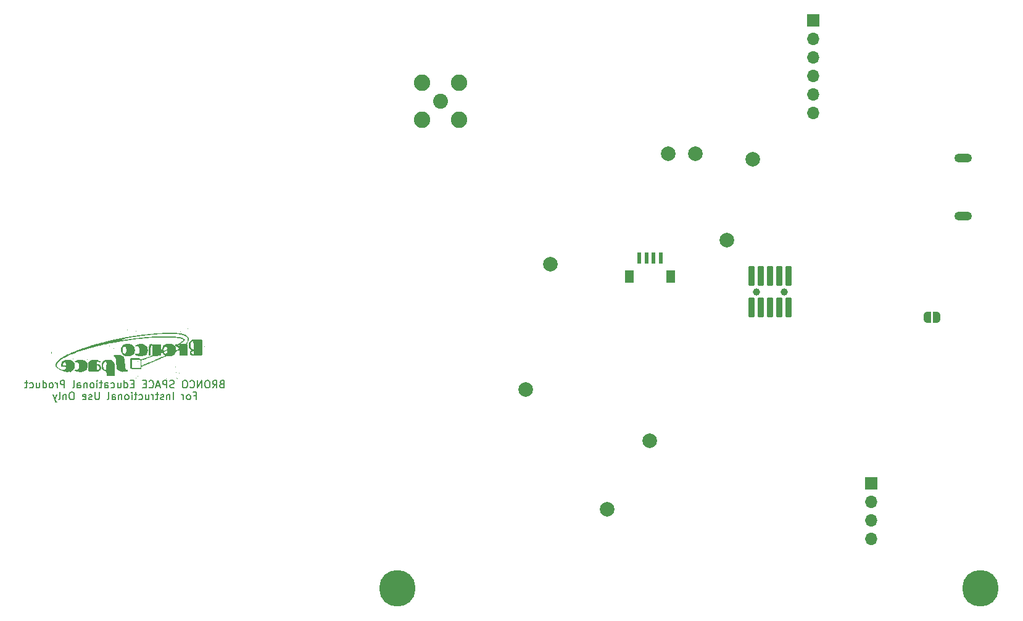
<source format=gbr>
%TF.GenerationSoftware,KiCad,Pcbnew,8.0.2-1*%
%TF.CreationDate,2024-09-20T01:44:26+01:00*%
%TF.ProjectId,FC_V4c_Express,46435f56-3463-45f4-9578-70726573732e,rev?*%
%TF.SameCoordinates,Original*%
%TF.FileFunction,Soldermask,Bot*%
%TF.FilePolarity,Negative*%
%FSLAX46Y46*%
G04 Gerber Fmt 4.6, Leading zero omitted, Abs format (unit mm)*
G04 Created by KiCad (PCBNEW 8.0.2-1) date 2024-09-20 01:44:26*
%MOMM*%
%LPD*%
G01*
G04 APERTURE LIST*
G04 Aperture macros list*
%AMRoundRect*
0 Rectangle with rounded corners*
0 $1 Rounding radius*
0 $2 $3 $4 $5 $6 $7 $8 $9 X,Y pos of 4 corners*
0 Add a 4 corners polygon primitive as box body*
4,1,4,$2,$3,$4,$5,$6,$7,$8,$9,$2,$3,0*
0 Add four circle primitives for the rounded corners*
1,1,$1+$1,$2,$3*
1,1,$1+$1,$4,$5*
1,1,$1+$1,$6,$7*
1,1,$1+$1,$8,$9*
0 Add four rect primitives between the rounded corners*
20,1,$1+$1,$2,$3,$4,$5,0*
20,1,$1+$1,$4,$5,$6,$7,0*
20,1,$1+$1,$6,$7,$8,$9,0*
20,1,$1+$1,$8,$9,$2,$3,0*%
%AMFreePoly0*
4,1,19,0.500000,-0.750000,0.000000,-0.750000,0.000000,-0.744911,-0.071157,-0.744911,-0.207708,-0.704816,-0.327430,-0.627875,-0.420627,-0.520320,-0.479746,-0.390866,-0.500000,-0.250000,-0.500000,0.250000,-0.479746,0.390866,-0.420627,0.520320,-0.327430,0.627875,-0.207708,0.704816,-0.071157,0.744911,0.000000,0.744911,0.000000,0.750000,0.500000,0.750000,0.500000,-0.750000,0.500000,-0.750000,
$1*%
%AMFreePoly1*
4,1,19,0.000000,0.744911,0.071157,0.744911,0.207708,0.704816,0.327430,0.627875,0.420627,0.520320,0.479746,0.390866,0.500000,0.250000,0.500000,-0.250000,0.479746,-0.390866,0.420627,-0.520320,0.327430,-0.627875,0.207708,-0.704816,0.071157,-0.744911,0.000000,-0.744911,0.000000,-0.750000,-0.500000,-0.750000,-0.500000,0.750000,0.000000,0.750000,0.000000,0.744911,0.000000,0.744911,
$1*%
G04 Aperture macros list end*
%ADD10C,0.150000*%
%ADD11C,0.000000*%
%ADD12R,1.700000X1.700000*%
%ADD13O,1.700000X1.700000*%
%ADD14C,2.050000*%
%ADD15C,2.250000*%
%ADD16C,2.000000*%
%ADD17C,5.000000*%
%ADD18O,2.416000X1.208000*%
%ADD19C,1.000000*%
%ADD20RoundRect,0.050800X0.380000X1.300000X-0.380000X1.300000X-0.380000X-1.300000X0.380000X-1.300000X0*%
%ADD21R,0.600000X1.550000*%
%ADD22R,1.200000X1.800000*%
%ADD23FreePoly0,180.000000*%
%ADD24FreePoly1,180.000000*%
G04 APERTURE END LIST*
D10*
X123161906Y-110026037D02*
X123019049Y-110073656D01*
X123019049Y-110073656D02*
X122971430Y-110121275D01*
X122971430Y-110121275D02*
X122923811Y-110216513D01*
X122923811Y-110216513D02*
X122923811Y-110359370D01*
X122923811Y-110359370D02*
X122971430Y-110454608D01*
X122971430Y-110454608D02*
X123019049Y-110502228D01*
X123019049Y-110502228D02*
X123114287Y-110549847D01*
X123114287Y-110549847D02*
X123495239Y-110549847D01*
X123495239Y-110549847D02*
X123495239Y-109549847D01*
X123495239Y-109549847D02*
X123161906Y-109549847D01*
X123161906Y-109549847D02*
X123066668Y-109597466D01*
X123066668Y-109597466D02*
X123019049Y-109645085D01*
X123019049Y-109645085D02*
X122971430Y-109740323D01*
X122971430Y-109740323D02*
X122971430Y-109835561D01*
X122971430Y-109835561D02*
X123019049Y-109930799D01*
X123019049Y-109930799D02*
X123066668Y-109978418D01*
X123066668Y-109978418D02*
X123161906Y-110026037D01*
X123161906Y-110026037D02*
X123495239Y-110026037D01*
X121923811Y-110549847D02*
X122257144Y-110073656D01*
X122495239Y-110549847D02*
X122495239Y-109549847D01*
X122495239Y-109549847D02*
X122114287Y-109549847D01*
X122114287Y-109549847D02*
X122019049Y-109597466D01*
X122019049Y-109597466D02*
X121971430Y-109645085D01*
X121971430Y-109645085D02*
X121923811Y-109740323D01*
X121923811Y-109740323D02*
X121923811Y-109883180D01*
X121923811Y-109883180D02*
X121971430Y-109978418D01*
X121971430Y-109978418D02*
X122019049Y-110026037D01*
X122019049Y-110026037D02*
X122114287Y-110073656D01*
X122114287Y-110073656D02*
X122495239Y-110073656D01*
X121304763Y-109549847D02*
X121114287Y-109549847D01*
X121114287Y-109549847D02*
X121019049Y-109597466D01*
X121019049Y-109597466D02*
X120923811Y-109692704D01*
X120923811Y-109692704D02*
X120876192Y-109883180D01*
X120876192Y-109883180D02*
X120876192Y-110216513D01*
X120876192Y-110216513D02*
X120923811Y-110406989D01*
X120923811Y-110406989D02*
X121019049Y-110502228D01*
X121019049Y-110502228D02*
X121114287Y-110549847D01*
X121114287Y-110549847D02*
X121304763Y-110549847D01*
X121304763Y-110549847D02*
X121400001Y-110502228D01*
X121400001Y-110502228D02*
X121495239Y-110406989D01*
X121495239Y-110406989D02*
X121542858Y-110216513D01*
X121542858Y-110216513D02*
X121542858Y-109883180D01*
X121542858Y-109883180D02*
X121495239Y-109692704D01*
X121495239Y-109692704D02*
X121400001Y-109597466D01*
X121400001Y-109597466D02*
X121304763Y-109549847D01*
X120447620Y-110549847D02*
X120447620Y-109549847D01*
X120447620Y-109549847D02*
X119876192Y-110549847D01*
X119876192Y-110549847D02*
X119876192Y-109549847D01*
X118828573Y-110454608D02*
X118876192Y-110502228D01*
X118876192Y-110502228D02*
X119019049Y-110549847D01*
X119019049Y-110549847D02*
X119114287Y-110549847D01*
X119114287Y-110549847D02*
X119257144Y-110502228D01*
X119257144Y-110502228D02*
X119352382Y-110406989D01*
X119352382Y-110406989D02*
X119400001Y-110311751D01*
X119400001Y-110311751D02*
X119447620Y-110121275D01*
X119447620Y-110121275D02*
X119447620Y-109978418D01*
X119447620Y-109978418D02*
X119400001Y-109787942D01*
X119400001Y-109787942D02*
X119352382Y-109692704D01*
X119352382Y-109692704D02*
X119257144Y-109597466D01*
X119257144Y-109597466D02*
X119114287Y-109549847D01*
X119114287Y-109549847D02*
X119019049Y-109549847D01*
X119019049Y-109549847D02*
X118876192Y-109597466D01*
X118876192Y-109597466D02*
X118828573Y-109645085D01*
X118209525Y-109549847D02*
X118019049Y-109549847D01*
X118019049Y-109549847D02*
X117923811Y-109597466D01*
X117923811Y-109597466D02*
X117828573Y-109692704D01*
X117828573Y-109692704D02*
X117780954Y-109883180D01*
X117780954Y-109883180D02*
X117780954Y-110216513D01*
X117780954Y-110216513D02*
X117828573Y-110406989D01*
X117828573Y-110406989D02*
X117923811Y-110502228D01*
X117923811Y-110502228D02*
X118019049Y-110549847D01*
X118019049Y-110549847D02*
X118209525Y-110549847D01*
X118209525Y-110549847D02*
X118304763Y-110502228D01*
X118304763Y-110502228D02*
X118400001Y-110406989D01*
X118400001Y-110406989D02*
X118447620Y-110216513D01*
X118447620Y-110216513D02*
X118447620Y-109883180D01*
X118447620Y-109883180D02*
X118400001Y-109692704D01*
X118400001Y-109692704D02*
X118304763Y-109597466D01*
X118304763Y-109597466D02*
X118209525Y-109549847D01*
X116638096Y-110502228D02*
X116495239Y-110549847D01*
X116495239Y-110549847D02*
X116257144Y-110549847D01*
X116257144Y-110549847D02*
X116161906Y-110502228D01*
X116161906Y-110502228D02*
X116114287Y-110454608D01*
X116114287Y-110454608D02*
X116066668Y-110359370D01*
X116066668Y-110359370D02*
X116066668Y-110264132D01*
X116066668Y-110264132D02*
X116114287Y-110168894D01*
X116114287Y-110168894D02*
X116161906Y-110121275D01*
X116161906Y-110121275D02*
X116257144Y-110073656D01*
X116257144Y-110073656D02*
X116447620Y-110026037D01*
X116447620Y-110026037D02*
X116542858Y-109978418D01*
X116542858Y-109978418D02*
X116590477Y-109930799D01*
X116590477Y-109930799D02*
X116638096Y-109835561D01*
X116638096Y-109835561D02*
X116638096Y-109740323D01*
X116638096Y-109740323D02*
X116590477Y-109645085D01*
X116590477Y-109645085D02*
X116542858Y-109597466D01*
X116542858Y-109597466D02*
X116447620Y-109549847D01*
X116447620Y-109549847D02*
X116209525Y-109549847D01*
X116209525Y-109549847D02*
X116066668Y-109597466D01*
X115638096Y-110549847D02*
X115638096Y-109549847D01*
X115638096Y-109549847D02*
X115257144Y-109549847D01*
X115257144Y-109549847D02*
X115161906Y-109597466D01*
X115161906Y-109597466D02*
X115114287Y-109645085D01*
X115114287Y-109645085D02*
X115066668Y-109740323D01*
X115066668Y-109740323D02*
X115066668Y-109883180D01*
X115066668Y-109883180D02*
X115114287Y-109978418D01*
X115114287Y-109978418D02*
X115161906Y-110026037D01*
X115161906Y-110026037D02*
X115257144Y-110073656D01*
X115257144Y-110073656D02*
X115638096Y-110073656D01*
X114685715Y-110264132D02*
X114209525Y-110264132D01*
X114780953Y-110549847D02*
X114447620Y-109549847D01*
X114447620Y-109549847D02*
X114114287Y-110549847D01*
X113209525Y-110454608D02*
X113257144Y-110502228D01*
X113257144Y-110502228D02*
X113400001Y-110549847D01*
X113400001Y-110549847D02*
X113495239Y-110549847D01*
X113495239Y-110549847D02*
X113638096Y-110502228D01*
X113638096Y-110502228D02*
X113733334Y-110406989D01*
X113733334Y-110406989D02*
X113780953Y-110311751D01*
X113780953Y-110311751D02*
X113828572Y-110121275D01*
X113828572Y-110121275D02*
X113828572Y-109978418D01*
X113828572Y-109978418D02*
X113780953Y-109787942D01*
X113780953Y-109787942D02*
X113733334Y-109692704D01*
X113733334Y-109692704D02*
X113638096Y-109597466D01*
X113638096Y-109597466D02*
X113495239Y-109549847D01*
X113495239Y-109549847D02*
X113400001Y-109549847D01*
X113400001Y-109549847D02*
X113257144Y-109597466D01*
X113257144Y-109597466D02*
X113209525Y-109645085D01*
X112780953Y-110026037D02*
X112447620Y-110026037D01*
X112304763Y-110549847D02*
X112780953Y-110549847D01*
X112780953Y-110549847D02*
X112780953Y-109549847D01*
X112780953Y-109549847D02*
X112304763Y-109549847D01*
X111114286Y-110026037D02*
X110780953Y-110026037D01*
X110638096Y-110549847D02*
X111114286Y-110549847D01*
X111114286Y-110549847D02*
X111114286Y-109549847D01*
X111114286Y-109549847D02*
X110638096Y-109549847D01*
X109780953Y-110549847D02*
X109780953Y-109549847D01*
X109780953Y-110502228D02*
X109876191Y-110549847D01*
X109876191Y-110549847D02*
X110066667Y-110549847D01*
X110066667Y-110549847D02*
X110161905Y-110502228D01*
X110161905Y-110502228D02*
X110209524Y-110454608D01*
X110209524Y-110454608D02*
X110257143Y-110359370D01*
X110257143Y-110359370D02*
X110257143Y-110073656D01*
X110257143Y-110073656D02*
X110209524Y-109978418D01*
X110209524Y-109978418D02*
X110161905Y-109930799D01*
X110161905Y-109930799D02*
X110066667Y-109883180D01*
X110066667Y-109883180D02*
X109876191Y-109883180D01*
X109876191Y-109883180D02*
X109780953Y-109930799D01*
X108876191Y-109883180D02*
X108876191Y-110549847D01*
X109304762Y-109883180D02*
X109304762Y-110406989D01*
X109304762Y-110406989D02*
X109257143Y-110502228D01*
X109257143Y-110502228D02*
X109161905Y-110549847D01*
X109161905Y-110549847D02*
X109019048Y-110549847D01*
X109019048Y-110549847D02*
X108923810Y-110502228D01*
X108923810Y-110502228D02*
X108876191Y-110454608D01*
X107971429Y-110502228D02*
X108066667Y-110549847D01*
X108066667Y-110549847D02*
X108257143Y-110549847D01*
X108257143Y-110549847D02*
X108352381Y-110502228D01*
X108352381Y-110502228D02*
X108400000Y-110454608D01*
X108400000Y-110454608D02*
X108447619Y-110359370D01*
X108447619Y-110359370D02*
X108447619Y-110073656D01*
X108447619Y-110073656D02*
X108400000Y-109978418D01*
X108400000Y-109978418D02*
X108352381Y-109930799D01*
X108352381Y-109930799D02*
X108257143Y-109883180D01*
X108257143Y-109883180D02*
X108066667Y-109883180D01*
X108066667Y-109883180D02*
X107971429Y-109930799D01*
X107114286Y-110549847D02*
X107114286Y-110026037D01*
X107114286Y-110026037D02*
X107161905Y-109930799D01*
X107161905Y-109930799D02*
X107257143Y-109883180D01*
X107257143Y-109883180D02*
X107447619Y-109883180D01*
X107447619Y-109883180D02*
X107542857Y-109930799D01*
X107114286Y-110502228D02*
X107209524Y-110549847D01*
X107209524Y-110549847D02*
X107447619Y-110549847D01*
X107447619Y-110549847D02*
X107542857Y-110502228D01*
X107542857Y-110502228D02*
X107590476Y-110406989D01*
X107590476Y-110406989D02*
X107590476Y-110311751D01*
X107590476Y-110311751D02*
X107542857Y-110216513D01*
X107542857Y-110216513D02*
X107447619Y-110168894D01*
X107447619Y-110168894D02*
X107209524Y-110168894D01*
X107209524Y-110168894D02*
X107114286Y-110121275D01*
X106780952Y-109883180D02*
X106400000Y-109883180D01*
X106638095Y-109549847D02*
X106638095Y-110406989D01*
X106638095Y-110406989D02*
X106590476Y-110502228D01*
X106590476Y-110502228D02*
X106495238Y-110549847D01*
X106495238Y-110549847D02*
X106400000Y-110549847D01*
X106066666Y-110549847D02*
X106066666Y-109883180D01*
X106066666Y-109549847D02*
X106114285Y-109597466D01*
X106114285Y-109597466D02*
X106066666Y-109645085D01*
X106066666Y-109645085D02*
X106019047Y-109597466D01*
X106019047Y-109597466D02*
X106066666Y-109549847D01*
X106066666Y-109549847D02*
X106066666Y-109645085D01*
X105447619Y-110549847D02*
X105542857Y-110502228D01*
X105542857Y-110502228D02*
X105590476Y-110454608D01*
X105590476Y-110454608D02*
X105638095Y-110359370D01*
X105638095Y-110359370D02*
X105638095Y-110073656D01*
X105638095Y-110073656D02*
X105590476Y-109978418D01*
X105590476Y-109978418D02*
X105542857Y-109930799D01*
X105542857Y-109930799D02*
X105447619Y-109883180D01*
X105447619Y-109883180D02*
X105304762Y-109883180D01*
X105304762Y-109883180D02*
X105209524Y-109930799D01*
X105209524Y-109930799D02*
X105161905Y-109978418D01*
X105161905Y-109978418D02*
X105114286Y-110073656D01*
X105114286Y-110073656D02*
X105114286Y-110359370D01*
X105114286Y-110359370D02*
X105161905Y-110454608D01*
X105161905Y-110454608D02*
X105209524Y-110502228D01*
X105209524Y-110502228D02*
X105304762Y-110549847D01*
X105304762Y-110549847D02*
X105447619Y-110549847D01*
X104685714Y-109883180D02*
X104685714Y-110549847D01*
X104685714Y-109978418D02*
X104638095Y-109930799D01*
X104638095Y-109930799D02*
X104542857Y-109883180D01*
X104542857Y-109883180D02*
X104400000Y-109883180D01*
X104400000Y-109883180D02*
X104304762Y-109930799D01*
X104304762Y-109930799D02*
X104257143Y-110026037D01*
X104257143Y-110026037D02*
X104257143Y-110549847D01*
X103352381Y-110549847D02*
X103352381Y-110026037D01*
X103352381Y-110026037D02*
X103400000Y-109930799D01*
X103400000Y-109930799D02*
X103495238Y-109883180D01*
X103495238Y-109883180D02*
X103685714Y-109883180D01*
X103685714Y-109883180D02*
X103780952Y-109930799D01*
X103352381Y-110502228D02*
X103447619Y-110549847D01*
X103447619Y-110549847D02*
X103685714Y-110549847D01*
X103685714Y-110549847D02*
X103780952Y-110502228D01*
X103780952Y-110502228D02*
X103828571Y-110406989D01*
X103828571Y-110406989D02*
X103828571Y-110311751D01*
X103828571Y-110311751D02*
X103780952Y-110216513D01*
X103780952Y-110216513D02*
X103685714Y-110168894D01*
X103685714Y-110168894D02*
X103447619Y-110168894D01*
X103447619Y-110168894D02*
X103352381Y-110121275D01*
X102733333Y-110549847D02*
X102828571Y-110502228D01*
X102828571Y-110502228D02*
X102876190Y-110406989D01*
X102876190Y-110406989D02*
X102876190Y-109549847D01*
X101590475Y-110549847D02*
X101590475Y-109549847D01*
X101590475Y-109549847D02*
X101209523Y-109549847D01*
X101209523Y-109549847D02*
X101114285Y-109597466D01*
X101114285Y-109597466D02*
X101066666Y-109645085D01*
X101066666Y-109645085D02*
X101019047Y-109740323D01*
X101019047Y-109740323D02*
X101019047Y-109883180D01*
X101019047Y-109883180D02*
X101066666Y-109978418D01*
X101066666Y-109978418D02*
X101114285Y-110026037D01*
X101114285Y-110026037D02*
X101209523Y-110073656D01*
X101209523Y-110073656D02*
X101590475Y-110073656D01*
X100590475Y-110549847D02*
X100590475Y-109883180D01*
X100590475Y-110073656D02*
X100542856Y-109978418D01*
X100542856Y-109978418D02*
X100495237Y-109930799D01*
X100495237Y-109930799D02*
X100399999Y-109883180D01*
X100399999Y-109883180D02*
X100304761Y-109883180D01*
X99828570Y-110549847D02*
X99923808Y-110502228D01*
X99923808Y-110502228D02*
X99971427Y-110454608D01*
X99971427Y-110454608D02*
X100019046Y-110359370D01*
X100019046Y-110359370D02*
X100019046Y-110073656D01*
X100019046Y-110073656D02*
X99971427Y-109978418D01*
X99971427Y-109978418D02*
X99923808Y-109930799D01*
X99923808Y-109930799D02*
X99828570Y-109883180D01*
X99828570Y-109883180D02*
X99685713Y-109883180D01*
X99685713Y-109883180D02*
X99590475Y-109930799D01*
X99590475Y-109930799D02*
X99542856Y-109978418D01*
X99542856Y-109978418D02*
X99495237Y-110073656D01*
X99495237Y-110073656D02*
X99495237Y-110359370D01*
X99495237Y-110359370D02*
X99542856Y-110454608D01*
X99542856Y-110454608D02*
X99590475Y-110502228D01*
X99590475Y-110502228D02*
X99685713Y-110549847D01*
X99685713Y-110549847D02*
X99828570Y-110549847D01*
X98638094Y-110549847D02*
X98638094Y-109549847D01*
X98638094Y-110502228D02*
X98733332Y-110549847D01*
X98733332Y-110549847D02*
X98923808Y-110549847D01*
X98923808Y-110549847D02*
X99019046Y-110502228D01*
X99019046Y-110502228D02*
X99066665Y-110454608D01*
X99066665Y-110454608D02*
X99114284Y-110359370D01*
X99114284Y-110359370D02*
X99114284Y-110073656D01*
X99114284Y-110073656D02*
X99066665Y-109978418D01*
X99066665Y-109978418D02*
X99019046Y-109930799D01*
X99019046Y-109930799D02*
X98923808Y-109883180D01*
X98923808Y-109883180D02*
X98733332Y-109883180D01*
X98733332Y-109883180D02*
X98638094Y-109930799D01*
X97733332Y-109883180D02*
X97733332Y-110549847D01*
X98161903Y-109883180D02*
X98161903Y-110406989D01*
X98161903Y-110406989D02*
X98114284Y-110502228D01*
X98114284Y-110502228D02*
X98019046Y-110549847D01*
X98019046Y-110549847D02*
X97876189Y-110549847D01*
X97876189Y-110549847D02*
X97780951Y-110502228D01*
X97780951Y-110502228D02*
X97733332Y-110454608D01*
X96828570Y-110502228D02*
X96923808Y-110549847D01*
X96923808Y-110549847D02*
X97114284Y-110549847D01*
X97114284Y-110549847D02*
X97209522Y-110502228D01*
X97209522Y-110502228D02*
X97257141Y-110454608D01*
X97257141Y-110454608D02*
X97304760Y-110359370D01*
X97304760Y-110359370D02*
X97304760Y-110073656D01*
X97304760Y-110073656D02*
X97257141Y-109978418D01*
X97257141Y-109978418D02*
X97209522Y-109930799D01*
X97209522Y-109930799D02*
X97114284Y-109883180D01*
X97114284Y-109883180D02*
X96923808Y-109883180D01*
X96923808Y-109883180D02*
X96828570Y-109930799D01*
X96542855Y-109883180D02*
X96161903Y-109883180D01*
X96399998Y-109549847D02*
X96399998Y-110406989D01*
X96399998Y-110406989D02*
X96352379Y-110502228D01*
X96352379Y-110502228D02*
X96257141Y-110549847D01*
X96257141Y-110549847D02*
X96161903Y-110549847D01*
X119352382Y-111635981D02*
X119685715Y-111635981D01*
X119685715Y-112159791D02*
X119685715Y-111159791D01*
X119685715Y-111159791D02*
X119209525Y-111159791D01*
X118685715Y-112159791D02*
X118780953Y-112112172D01*
X118780953Y-112112172D02*
X118828572Y-112064552D01*
X118828572Y-112064552D02*
X118876191Y-111969314D01*
X118876191Y-111969314D02*
X118876191Y-111683600D01*
X118876191Y-111683600D02*
X118828572Y-111588362D01*
X118828572Y-111588362D02*
X118780953Y-111540743D01*
X118780953Y-111540743D02*
X118685715Y-111493124D01*
X118685715Y-111493124D02*
X118542858Y-111493124D01*
X118542858Y-111493124D02*
X118447620Y-111540743D01*
X118447620Y-111540743D02*
X118400001Y-111588362D01*
X118400001Y-111588362D02*
X118352382Y-111683600D01*
X118352382Y-111683600D02*
X118352382Y-111969314D01*
X118352382Y-111969314D02*
X118400001Y-112064552D01*
X118400001Y-112064552D02*
X118447620Y-112112172D01*
X118447620Y-112112172D02*
X118542858Y-112159791D01*
X118542858Y-112159791D02*
X118685715Y-112159791D01*
X117923810Y-112159791D02*
X117923810Y-111493124D01*
X117923810Y-111683600D02*
X117876191Y-111588362D01*
X117876191Y-111588362D02*
X117828572Y-111540743D01*
X117828572Y-111540743D02*
X117733334Y-111493124D01*
X117733334Y-111493124D02*
X117638096Y-111493124D01*
X116542857Y-112159791D02*
X116542857Y-111159791D01*
X116066667Y-111493124D02*
X116066667Y-112159791D01*
X116066667Y-111588362D02*
X116019048Y-111540743D01*
X116019048Y-111540743D02*
X115923810Y-111493124D01*
X115923810Y-111493124D02*
X115780953Y-111493124D01*
X115780953Y-111493124D02*
X115685715Y-111540743D01*
X115685715Y-111540743D02*
X115638096Y-111635981D01*
X115638096Y-111635981D02*
X115638096Y-112159791D01*
X115209524Y-112112172D02*
X115114286Y-112159791D01*
X115114286Y-112159791D02*
X114923810Y-112159791D01*
X114923810Y-112159791D02*
X114828572Y-112112172D01*
X114828572Y-112112172D02*
X114780953Y-112016933D01*
X114780953Y-112016933D02*
X114780953Y-111969314D01*
X114780953Y-111969314D02*
X114828572Y-111874076D01*
X114828572Y-111874076D02*
X114923810Y-111826457D01*
X114923810Y-111826457D02*
X115066667Y-111826457D01*
X115066667Y-111826457D02*
X115161905Y-111778838D01*
X115161905Y-111778838D02*
X115209524Y-111683600D01*
X115209524Y-111683600D02*
X115209524Y-111635981D01*
X115209524Y-111635981D02*
X115161905Y-111540743D01*
X115161905Y-111540743D02*
X115066667Y-111493124D01*
X115066667Y-111493124D02*
X114923810Y-111493124D01*
X114923810Y-111493124D02*
X114828572Y-111540743D01*
X114495238Y-111493124D02*
X114114286Y-111493124D01*
X114352381Y-111159791D02*
X114352381Y-112016933D01*
X114352381Y-112016933D02*
X114304762Y-112112172D01*
X114304762Y-112112172D02*
X114209524Y-112159791D01*
X114209524Y-112159791D02*
X114114286Y-112159791D01*
X113780952Y-112159791D02*
X113780952Y-111493124D01*
X113780952Y-111683600D02*
X113733333Y-111588362D01*
X113733333Y-111588362D02*
X113685714Y-111540743D01*
X113685714Y-111540743D02*
X113590476Y-111493124D01*
X113590476Y-111493124D02*
X113495238Y-111493124D01*
X112733333Y-111493124D02*
X112733333Y-112159791D01*
X113161904Y-111493124D02*
X113161904Y-112016933D01*
X113161904Y-112016933D02*
X113114285Y-112112172D01*
X113114285Y-112112172D02*
X113019047Y-112159791D01*
X113019047Y-112159791D02*
X112876190Y-112159791D01*
X112876190Y-112159791D02*
X112780952Y-112112172D01*
X112780952Y-112112172D02*
X112733333Y-112064552D01*
X111828571Y-112112172D02*
X111923809Y-112159791D01*
X111923809Y-112159791D02*
X112114285Y-112159791D01*
X112114285Y-112159791D02*
X112209523Y-112112172D01*
X112209523Y-112112172D02*
X112257142Y-112064552D01*
X112257142Y-112064552D02*
X112304761Y-111969314D01*
X112304761Y-111969314D02*
X112304761Y-111683600D01*
X112304761Y-111683600D02*
X112257142Y-111588362D01*
X112257142Y-111588362D02*
X112209523Y-111540743D01*
X112209523Y-111540743D02*
X112114285Y-111493124D01*
X112114285Y-111493124D02*
X111923809Y-111493124D01*
X111923809Y-111493124D02*
X111828571Y-111540743D01*
X111542856Y-111493124D02*
X111161904Y-111493124D01*
X111399999Y-111159791D02*
X111399999Y-112016933D01*
X111399999Y-112016933D02*
X111352380Y-112112172D01*
X111352380Y-112112172D02*
X111257142Y-112159791D01*
X111257142Y-112159791D02*
X111161904Y-112159791D01*
X110828570Y-112159791D02*
X110828570Y-111493124D01*
X110828570Y-111159791D02*
X110876189Y-111207410D01*
X110876189Y-111207410D02*
X110828570Y-111255029D01*
X110828570Y-111255029D02*
X110780951Y-111207410D01*
X110780951Y-111207410D02*
X110828570Y-111159791D01*
X110828570Y-111159791D02*
X110828570Y-111255029D01*
X110209523Y-112159791D02*
X110304761Y-112112172D01*
X110304761Y-112112172D02*
X110352380Y-112064552D01*
X110352380Y-112064552D02*
X110399999Y-111969314D01*
X110399999Y-111969314D02*
X110399999Y-111683600D01*
X110399999Y-111683600D02*
X110352380Y-111588362D01*
X110352380Y-111588362D02*
X110304761Y-111540743D01*
X110304761Y-111540743D02*
X110209523Y-111493124D01*
X110209523Y-111493124D02*
X110066666Y-111493124D01*
X110066666Y-111493124D02*
X109971428Y-111540743D01*
X109971428Y-111540743D02*
X109923809Y-111588362D01*
X109923809Y-111588362D02*
X109876190Y-111683600D01*
X109876190Y-111683600D02*
X109876190Y-111969314D01*
X109876190Y-111969314D02*
X109923809Y-112064552D01*
X109923809Y-112064552D02*
X109971428Y-112112172D01*
X109971428Y-112112172D02*
X110066666Y-112159791D01*
X110066666Y-112159791D02*
X110209523Y-112159791D01*
X109447618Y-111493124D02*
X109447618Y-112159791D01*
X109447618Y-111588362D02*
X109399999Y-111540743D01*
X109399999Y-111540743D02*
X109304761Y-111493124D01*
X109304761Y-111493124D02*
X109161904Y-111493124D01*
X109161904Y-111493124D02*
X109066666Y-111540743D01*
X109066666Y-111540743D02*
X109019047Y-111635981D01*
X109019047Y-111635981D02*
X109019047Y-112159791D01*
X108114285Y-112159791D02*
X108114285Y-111635981D01*
X108114285Y-111635981D02*
X108161904Y-111540743D01*
X108161904Y-111540743D02*
X108257142Y-111493124D01*
X108257142Y-111493124D02*
X108447618Y-111493124D01*
X108447618Y-111493124D02*
X108542856Y-111540743D01*
X108114285Y-112112172D02*
X108209523Y-112159791D01*
X108209523Y-112159791D02*
X108447618Y-112159791D01*
X108447618Y-112159791D02*
X108542856Y-112112172D01*
X108542856Y-112112172D02*
X108590475Y-112016933D01*
X108590475Y-112016933D02*
X108590475Y-111921695D01*
X108590475Y-111921695D02*
X108542856Y-111826457D01*
X108542856Y-111826457D02*
X108447618Y-111778838D01*
X108447618Y-111778838D02*
X108209523Y-111778838D01*
X108209523Y-111778838D02*
X108114285Y-111731219D01*
X107495237Y-112159791D02*
X107590475Y-112112172D01*
X107590475Y-112112172D02*
X107638094Y-112016933D01*
X107638094Y-112016933D02*
X107638094Y-111159791D01*
X106352379Y-111159791D02*
X106352379Y-111969314D01*
X106352379Y-111969314D02*
X106304760Y-112064552D01*
X106304760Y-112064552D02*
X106257141Y-112112172D01*
X106257141Y-112112172D02*
X106161903Y-112159791D01*
X106161903Y-112159791D02*
X105971427Y-112159791D01*
X105971427Y-112159791D02*
X105876189Y-112112172D01*
X105876189Y-112112172D02*
X105828570Y-112064552D01*
X105828570Y-112064552D02*
X105780951Y-111969314D01*
X105780951Y-111969314D02*
X105780951Y-111159791D01*
X105352379Y-112112172D02*
X105257141Y-112159791D01*
X105257141Y-112159791D02*
X105066665Y-112159791D01*
X105066665Y-112159791D02*
X104971427Y-112112172D01*
X104971427Y-112112172D02*
X104923808Y-112016933D01*
X104923808Y-112016933D02*
X104923808Y-111969314D01*
X104923808Y-111969314D02*
X104971427Y-111874076D01*
X104971427Y-111874076D02*
X105066665Y-111826457D01*
X105066665Y-111826457D02*
X105209522Y-111826457D01*
X105209522Y-111826457D02*
X105304760Y-111778838D01*
X105304760Y-111778838D02*
X105352379Y-111683600D01*
X105352379Y-111683600D02*
X105352379Y-111635981D01*
X105352379Y-111635981D02*
X105304760Y-111540743D01*
X105304760Y-111540743D02*
X105209522Y-111493124D01*
X105209522Y-111493124D02*
X105066665Y-111493124D01*
X105066665Y-111493124D02*
X104971427Y-111540743D01*
X104114284Y-112112172D02*
X104209522Y-112159791D01*
X104209522Y-112159791D02*
X104399998Y-112159791D01*
X104399998Y-112159791D02*
X104495236Y-112112172D01*
X104495236Y-112112172D02*
X104542855Y-112016933D01*
X104542855Y-112016933D02*
X104542855Y-111635981D01*
X104542855Y-111635981D02*
X104495236Y-111540743D01*
X104495236Y-111540743D02*
X104399998Y-111493124D01*
X104399998Y-111493124D02*
X104209522Y-111493124D01*
X104209522Y-111493124D02*
X104114284Y-111540743D01*
X104114284Y-111540743D02*
X104066665Y-111635981D01*
X104066665Y-111635981D02*
X104066665Y-111731219D01*
X104066665Y-111731219D02*
X104542855Y-111826457D01*
X102685712Y-111159791D02*
X102495236Y-111159791D01*
X102495236Y-111159791D02*
X102399998Y-111207410D01*
X102399998Y-111207410D02*
X102304760Y-111302648D01*
X102304760Y-111302648D02*
X102257141Y-111493124D01*
X102257141Y-111493124D02*
X102257141Y-111826457D01*
X102257141Y-111826457D02*
X102304760Y-112016933D01*
X102304760Y-112016933D02*
X102399998Y-112112172D01*
X102399998Y-112112172D02*
X102495236Y-112159791D01*
X102495236Y-112159791D02*
X102685712Y-112159791D01*
X102685712Y-112159791D02*
X102780950Y-112112172D01*
X102780950Y-112112172D02*
X102876188Y-112016933D01*
X102876188Y-112016933D02*
X102923807Y-111826457D01*
X102923807Y-111826457D02*
X102923807Y-111493124D01*
X102923807Y-111493124D02*
X102876188Y-111302648D01*
X102876188Y-111302648D02*
X102780950Y-111207410D01*
X102780950Y-111207410D02*
X102685712Y-111159791D01*
X101828569Y-111493124D02*
X101828569Y-112159791D01*
X101828569Y-111588362D02*
X101780950Y-111540743D01*
X101780950Y-111540743D02*
X101685712Y-111493124D01*
X101685712Y-111493124D02*
X101542855Y-111493124D01*
X101542855Y-111493124D02*
X101447617Y-111540743D01*
X101447617Y-111540743D02*
X101399998Y-111635981D01*
X101399998Y-111635981D02*
X101399998Y-112159791D01*
X100780950Y-112159791D02*
X100876188Y-112112172D01*
X100876188Y-112112172D02*
X100923807Y-112016933D01*
X100923807Y-112016933D02*
X100923807Y-111159791D01*
X100495235Y-111493124D02*
X100257140Y-112159791D01*
X100019045Y-111493124D02*
X100257140Y-112159791D01*
X100257140Y-112159791D02*
X100352378Y-112397886D01*
X100352378Y-112397886D02*
X100399997Y-112445505D01*
X100399997Y-112445505D02*
X100495235Y-112493124D01*
D11*
%TO.C,G\u002A\u002A\u002A*%
G36*
X118664929Y-104040636D02*
G01*
X118607085Y-104208091D01*
X118507426Y-104380410D01*
X118498057Y-104394002D01*
X118453435Y-104461067D01*
X118422040Y-104512113D01*
X118410175Y-104536993D01*
X118421339Y-104557289D01*
X118427084Y-104563158D01*
X118454737Y-104591409D01*
X118459642Y-104595779D01*
X118471026Y-104609093D01*
X118479995Y-104628486D01*
X118486838Y-104658767D01*
X118491841Y-104704748D01*
X118495291Y-104771239D01*
X118497474Y-104863050D01*
X118498679Y-104984990D01*
X118499191Y-105141873D01*
X118499203Y-105164202D01*
X118499298Y-105338506D01*
X118499245Y-105423028D01*
X118498560Y-105613417D01*
X118496949Y-105765055D01*
X118494244Y-105882136D01*
X118490276Y-105968853D01*
X118484877Y-106029396D01*
X118477877Y-106067959D01*
X118469108Y-106088734D01*
X118466115Y-106092597D01*
X118451366Y-106105454D01*
X118427339Y-106115146D01*
X118388154Y-106122206D01*
X118327931Y-106127170D01*
X118240789Y-106130572D01*
X118120846Y-106132948D01*
X117962223Y-106134831D01*
X117825849Y-106135793D01*
X117678437Y-106134938D01*
X117566436Y-106130798D01*
X117484630Y-106122465D01*
X117427799Y-106109029D01*
X117390726Y-106089580D01*
X117368191Y-106063209D01*
X117354978Y-106029006D01*
X117353032Y-106018410D01*
X117348378Y-105963880D01*
X117344591Y-105877887D01*
X117342017Y-105769890D01*
X117341006Y-105649342D01*
X117340792Y-105594340D01*
X117339326Y-105486273D01*
X117336714Y-105399467D01*
X117333237Y-105341688D01*
X117329175Y-105320702D01*
X117316197Y-105326046D01*
X117270873Y-105349259D01*
X117201728Y-105386639D01*
X117124703Y-105429519D01*
X117117448Y-105433558D01*
X116917249Y-105546415D01*
X116828112Y-105733174D01*
X116817228Y-105755797D01*
X116770724Y-105845099D01*
X116727937Y-105908551D01*
X116678706Y-105959237D01*
X116612866Y-106010239D01*
X116612121Y-106010770D01*
X116445254Y-106104262D01*
X116394485Y-106121007D01*
X116250574Y-106168473D01*
X116035243Y-106201699D01*
X115806424Y-106202235D01*
X115591666Y-106187150D01*
X115357719Y-106297505D01*
X115291165Y-106328509D01*
X115174735Y-106381467D01*
X115046127Y-106438772D01*
X114911946Y-106497600D01*
X114778796Y-106555127D01*
X114653280Y-106608528D01*
X114542002Y-106654979D01*
X114451567Y-106691656D01*
X114388578Y-106715733D01*
X114359638Y-106724385D01*
X114354965Y-106724911D01*
X114315631Y-106739414D01*
X114261668Y-106767585D01*
X114256577Y-106770503D01*
X114195564Y-106801284D01*
X114111463Y-106839232D01*
X114020877Y-106876814D01*
X114009298Y-106881406D01*
X113919373Y-106917704D01*
X113804290Y-106964912D01*
X113677631Y-107017432D01*
X113552982Y-107069664D01*
X113517839Y-107084422D01*
X113403656Y-107131596D01*
X113299614Y-107173492D01*
X113215984Y-107206013D01*
X113163039Y-107225071D01*
X113117117Y-107241186D01*
X113035226Y-107272187D01*
X112935024Y-107311631D01*
X112828829Y-107354738D01*
X112756650Y-107384368D01*
X112620393Y-107439770D01*
X112483497Y-107494887D01*
X112366846Y-107541286D01*
X112149921Y-107626754D01*
X112149609Y-107764745D01*
X112149323Y-107818865D01*
X112147858Y-107838422D01*
X112145824Y-107865581D01*
X112134530Y-107901690D01*
X112110846Y-107928559D01*
X112070176Y-107947550D01*
X112007923Y-107960028D01*
X111919493Y-107967357D01*
X111800290Y-107970905D01*
X111645718Y-107972033D01*
X111451180Y-107972105D01*
X110852103Y-107972105D01*
X110743547Y-107901764D01*
X110697661Y-107869487D01*
X110647716Y-107826860D01*
X110623829Y-107795931D01*
X110620534Y-107766612D01*
X110616610Y-107698451D01*
X110612395Y-107597997D01*
X110608436Y-107480773D01*
X110860910Y-107480773D01*
X110862479Y-107618377D01*
X110866397Y-107717099D01*
X110872747Y-107779413D01*
X110881616Y-107807793D01*
X110890259Y-107814313D01*
X110917528Y-107822723D01*
X110965637Y-107829043D01*
X111039328Y-107833522D01*
X111143345Y-107836411D01*
X111282429Y-107837960D01*
X111461324Y-107838422D01*
X112015614Y-107838421D01*
X112015614Y-107295272D01*
X112015475Y-107192347D01*
X112014413Y-107037872D01*
X112012087Y-106920525D01*
X112008241Y-106835520D01*
X112004108Y-106793313D01*
X112149298Y-106793313D01*
X112149298Y-107137622D01*
X112149638Y-107206632D01*
X112151724Y-107315470D01*
X112155393Y-107402352D01*
X112160277Y-107459744D01*
X112166009Y-107480110D01*
X112170422Y-107478787D01*
X112208509Y-107464481D01*
X112280705Y-107436148D01*
X112381811Y-107395870D01*
X112506625Y-107345722D01*
X112649947Y-107287783D01*
X112806579Y-107224131D01*
X112849896Y-107206503D01*
X113010696Y-107141404D01*
X113161682Y-107080788D01*
X113296571Y-107027138D01*
X113409082Y-106982945D01*
X113492933Y-106950696D01*
X113541842Y-106932881D01*
X113581337Y-106918985D01*
X113650840Y-106891116D01*
X113697807Y-106867835D01*
X113699910Y-106866587D01*
X113738401Y-106847955D01*
X113810239Y-106816174D01*
X113908297Y-106774293D01*
X114025447Y-106725361D01*
X114154561Y-106672428D01*
X114251067Y-106632997D01*
X114440388Y-106554379D01*
X114624153Y-106476506D01*
X114797900Y-106401387D01*
X114957164Y-106331031D01*
X115097481Y-106267448D01*
X115214387Y-106212645D01*
X115303418Y-106168632D01*
X115360111Y-106137416D01*
X115380000Y-106121007D01*
X115378861Y-106117326D01*
X115354242Y-106092207D01*
X115307588Y-106059343D01*
X115290007Y-106048008D01*
X115168081Y-105939950D01*
X115067145Y-105794167D01*
X115049056Y-105762466D01*
X115019750Y-105717273D01*
X115002695Y-105699557D01*
X114999508Y-105700211D01*
X114967533Y-105715209D01*
X114917675Y-105743791D01*
X114887056Y-105763843D01*
X114859197Y-105793487D01*
X114847586Y-105836145D01*
X114845263Y-105907559D01*
X114844489Y-105941565D01*
X114835168Y-106009684D01*
X114811814Y-106063202D01*
X114770084Y-106103699D01*
X114705641Y-106132751D01*
X114614141Y-106151936D01*
X114491244Y-106162832D01*
X114332610Y-106167013D01*
X114133897Y-106166060D01*
X114079349Y-106165352D01*
X113966347Y-106164676D01*
X113884109Y-106166664D01*
X113822714Y-106172602D01*
X113772242Y-106183782D01*
X113722773Y-106201488D01*
X113664386Y-106227010D01*
X113655290Y-106231066D01*
X113573649Y-106265241D01*
X113464954Y-106308147D01*
X113342297Y-106354705D01*
X113218772Y-106399838D01*
X113216533Y-106400637D01*
X113082484Y-106448932D01*
X112939608Y-106501049D01*
X112804856Y-106550772D01*
X112695175Y-106591883D01*
X112627333Y-106617257D01*
X112532261Y-106651556D01*
X112454247Y-106678246D01*
X112405526Y-106693055D01*
X112388642Y-106697689D01*
X112318448Y-106721477D01*
X112243991Y-106751477D01*
X112149298Y-106793313D01*
X112004108Y-106793313D01*
X112002615Y-106778072D01*
X111994952Y-106743397D01*
X111984995Y-106726712D01*
X111979013Y-106723427D01*
X111939610Y-106715500D01*
X111865613Y-106710006D01*
X111754543Y-106706859D01*
X111603922Y-106705976D01*
X111411267Y-106707273D01*
X110868158Y-106713246D01*
X110862178Y-107245206D01*
X110861604Y-107301812D01*
X110860910Y-107480773D01*
X110608436Y-107480773D01*
X110608122Y-107471488D01*
X110604024Y-107325162D01*
X110600331Y-107165256D01*
X110597790Y-107040412D01*
X110595064Y-106889039D01*
X110593834Y-106773232D01*
X110594378Y-106687620D01*
X110596972Y-106626839D01*
X110601893Y-106585522D01*
X110609417Y-106558302D01*
X110619822Y-106539812D01*
X110633384Y-106524686D01*
X110641950Y-106516611D01*
X110659077Y-106504790D01*
X110683323Y-106495767D01*
X110720039Y-106489165D01*
X110774571Y-106484608D01*
X110852270Y-106481720D01*
X110958484Y-106480124D01*
X111098561Y-106479441D01*
X111277852Y-106479298D01*
X111876929Y-106479298D01*
X111990296Y-106557281D01*
X112044452Y-106592280D01*
X112100661Y-106623312D01*
X112134268Y-106635263D01*
X112161814Y-106629398D01*
X112223546Y-106611047D01*
X112308743Y-106583192D01*
X112407745Y-106548880D01*
X112469929Y-106526784D01*
X112611326Y-106476644D01*
X112757294Y-106424994D01*
X112884561Y-106380071D01*
X112945448Y-106358274D01*
X113071844Y-106311401D01*
X113195529Y-106263760D01*
X113296754Y-106222881D01*
X113316466Y-106214686D01*
X113414132Y-106175848D01*
X113506283Y-106141669D01*
X113575263Y-106118752D01*
X113675526Y-106089386D01*
X113675526Y-105623068D01*
X115229837Y-105623068D01*
X115238016Y-105659326D01*
X115264661Y-105709974D01*
X115301503Y-105760998D01*
X115340269Y-105798384D01*
X115370182Y-105814379D01*
X115450237Y-105831308D01*
X115534197Y-105824457D01*
X115601057Y-105794167D01*
X115621693Y-105770050D01*
X115654734Y-105708234D01*
X115681243Y-105632632D01*
X115699560Y-105553434D01*
X115711447Y-105481125D01*
X115714848Y-105429519D01*
X115708396Y-105409824D01*
X115708250Y-105409830D01*
X115683443Y-105418612D01*
X115628402Y-105441097D01*
X115553301Y-105472869D01*
X115468307Y-105509510D01*
X115383594Y-105546600D01*
X115309333Y-105579722D01*
X115255694Y-105604458D01*
X115232851Y-105616389D01*
X115229837Y-105623068D01*
X113675526Y-105623068D01*
X113675526Y-105454386D01*
X113674893Y-105288685D01*
X113672882Y-105129031D01*
X113669647Y-104994364D01*
X113665343Y-104889577D01*
X113660129Y-104819563D01*
X113654161Y-104789214D01*
X113651148Y-104785135D01*
X113598682Y-104744331D01*
X113536845Y-104733261D01*
X113483024Y-104755364D01*
X113475638Y-104762822D01*
X113465113Y-104779274D01*
X113457001Y-104804745D01*
X113450992Y-104844312D01*
X113446773Y-104903052D01*
X113444034Y-104986044D01*
X113442462Y-105098364D01*
X113441748Y-105245090D01*
X113441579Y-105431300D01*
X113441482Y-105620972D01*
X113440545Y-105780645D01*
X113437786Y-105904454D01*
X113432221Y-105996854D01*
X113422865Y-106062297D01*
X113408735Y-106105238D01*
X113388847Y-106130128D01*
X113362220Y-106141421D01*
X113327867Y-106143571D01*
X113284806Y-106141031D01*
X113185351Y-106133947D01*
X113179177Y-105476667D01*
X113178563Y-105406682D01*
X113177633Y-105207900D01*
X113178839Y-105047343D01*
X113182859Y-104920186D01*
X113190371Y-104821604D01*
X113202054Y-104746771D01*
X113218585Y-104690862D01*
X113240645Y-104649050D01*
X113268910Y-104616513D01*
X113304060Y-104588422D01*
X113337035Y-104569034D01*
X113437162Y-104539219D01*
X113546266Y-104537738D01*
X113645156Y-104565859D01*
X113672065Y-104578286D01*
X113735562Y-104594294D01*
X113800973Y-104584606D01*
X113801418Y-104584479D01*
X113846712Y-104577992D01*
X113926217Y-104572590D01*
X114031185Y-104568347D01*
X114152865Y-104565332D01*
X114282511Y-104563617D01*
X114411373Y-104563271D01*
X114530701Y-104564367D01*
X114631748Y-104566971D01*
X114705764Y-104571159D01*
X114744002Y-104576998D01*
X114748284Y-104578713D01*
X114779530Y-104597946D01*
X114803446Y-104629743D01*
X114820952Y-104679431D01*
X114832967Y-104752338D01*
X114840411Y-104853790D01*
X114844203Y-104989111D01*
X114845263Y-105163630D01*
X114845279Y-105216252D01*
X114845690Y-105355092D01*
X114847064Y-105456896D01*
X114849935Y-105527377D01*
X114854839Y-105572250D01*
X114862310Y-105597226D01*
X114872884Y-105608022D01*
X114887096Y-105610351D01*
X114905750Y-105608968D01*
X114948207Y-105585384D01*
X114967169Y-105529663D01*
X114964349Y-105437979D01*
X114962958Y-105378765D01*
X115205956Y-105378765D01*
X115214032Y-105433104D01*
X115236853Y-105454672D01*
X115279381Y-105448896D01*
X115346579Y-105421198D01*
X115400824Y-105396705D01*
X115478880Y-105361611D01*
X115563816Y-105323530D01*
X115634554Y-105290162D01*
X115689001Y-105254091D01*
X115711236Y-105213470D01*
X115706501Y-105157024D01*
X115680036Y-105073478D01*
X115657721Y-105017520D01*
X115606260Y-104935008D01*
X115554331Y-104898252D01*
X116805965Y-104898252D01*
X116812742Y-104920524D01*
X116833856Y-104972815D01*
X116864314Y-105041717D01*
X116893396Y-105112217D01*
X116912367Y-105190626D01*
X116912141Y-105213470D01*
X116911613Y-105267217D01*
X116909602Y-105287403D01*
X116910184Y-105336570D01*
X116925915Y-105359688D01*
X116962184Y-105356953D01*
X117024381Y-105328559D01*
X117117895Y-105274706D01*
X117129088Y-105268044D01*
X117201316Y-105227341D01*
X117259019Y-105198520D01*
X117290570Y-105187453D01*
X117305264Y-105185382D01*
X117322502Y-105164202D01*
X117310107Y-105126571D01*
X117272122Y-105080453D01*
X117212588Y-105033814D01*
X117176705Y-105010302D01*
X117091037Y-104951543D01*
X117015840Y-104896975D01*
X116987487Y-104875943D01*
X116940482Y-104847380D01*
X116904932Y-104841873D01*
X116865446Y-104855139D01*
X116823954Y-104878610D01*
X116805965Y-104898252D01*
X115554331Y-104898252D01*
X115541573Y-104889222D01*
X115457982Y-104875088D01*
X115392518Y-104883204D01*
X115316500Y-104924215D01*
X115261156Y-105001293D01*
X115225460Y-105116064D01*
X115208387Y-105270151D01*
X115207660Y-105286230D01*
X115205956Y-105378765D01*
X114962958Y-105378765D01*
X114961672Y-105323995D01*
X114979159Y-105177884D01*
X115014733Y-105033622D01*
X115064506Y-104911655D01*
X115134709Y-104806504D01*
X115258349Y-104689049D01*
X115413512Y-104598563D01*
X115596976Y-104536402D01*
X115805522Y-104503922D01*
X116035929Y-104502479D01*
X116077641Y-104505505D01*
X116273245Y-104536656D01*
X116446215Y-104596865D01*
X116608917Y-104690184D01*
X116616559Y-104695412D01*
X116684678Y-104737567D01*
X116729401Y-104753650D01*
X116759691Y-104747041D01*
X116777175Y-104729153D01*
X116785400Y-104695009D01*
X117174729Y-104695009D01*
X117178268Y-104709569D01*
X117205875Y-104748020D01*
X117252502Y-104798006D01*
X117340702Y-104884131D01*
X117340703Y-104773164D01*
X117341397Y-104748409D01*
X117352981Y-104668856D01*
X117375386Y-104612677D01*
X117396584Y-104578641D01*
X117400474Y-104563158D01*
X117394690Y-104564572D01*
X117358338Y-104581704D01*
X117303847Y-104611677D01*
X117245537Y-104646127D01*
X117197723Y-104676693D01*
X117174729Y-104695009D01*
X116785400Y-104695009D01*
X116787659Y-104685629D01*
X116787588Y-104673647D01*
X116808058Y-104626826D01*
X116849651Y-104576037D01*
X116899269Y-104535291D01*
X116943817Y-104518596D01*
X116965729Y-104521943D01*
X116984210Y-104539376D01*
X116991804Y-104553604D01*
X117026702Y-104573641D01*
X117028487Y-104574133D01*
X117074040Y-104567773D01*
X117146343Y-104537542D01*
X117238845Y-104488028D01*
X117344997Y-104423818D01*
X117458247Y-104349499D01*
X117572045Y-104269654D01*
X117679841Y-104188874D01*
X117775085Y-104111745D01*
X117851226Y-104042852D01*
X117901715Y-103986783D01*
X117920000Y-103948125D01*
X117910060Y-103931874D01*
X117865095Y-103902433D01*
X117792149Y-103869114D01*
X117700346Y-103835505D01*
X117598809Y-103805190D01*
X117496666Y-103781756D01*
X117418338Y-103767135D01*
X117256995Y-103738731D01*
X117108683Y-103715760D01*
X116963805Y-103697202D01*
X116812762Y-103682035D01*
X116645956Y-103669239D01*
X116453790Y-103657792D01*
X116226666Y-103646674D01*
X116163685Y-103643919D01*
X115859111Y-103633883D01*
X115543974Y-103629072D01*
X115211543Y-103629536D01*
X114855084Y-103635327D01*
X114467867Y-103646495D01*
X114043158Y-103663091D01*
X113944599Y-103667398D01*
X113723549Y-103677427D01*
X113534543Y-103686752D01*
X113368638Y-103695970D01*
X113216892Y-103705679D01*
X113070361Y-103716475D01*
X112920102Y-103728959D01*
X112757173Y-103743726D01*
X112572631Y-103761375D01*
X112500618Y-103768359D01*
X112360339Y-103781887D01*
X112221172Y-103795226D01*
X112104737Y-103806299D01*
X112064410Y-103810197D01*
X111895460Y-103827814D01*
X111697132Y-103850060D01*
X111480935Y-103875531D01*
X111258378Y-103902823D01*
X111040969Y-103930533D01*
X110840218Y-103957258D01*
X110667631Y-103981592D01*
X110662167Y-103982391D01*
X110569775Y-103995459D01*
X110457875Y-104010725D01*
X110349458Y-104025046D01*
X110320864Y-104028858D01*
X110237701Y-104041330D01*
X110175256Y-104052757D01*
X110145296Y-104061062D01*
X110137400Y-104063968D01*
X110092242Y-104073416D01*
X110018914Y-104085026D01*
X109928734Y-104096923D01*
X109906419Y-104099641D01*
X109796699Y-104113719D01*
X109690939Y-104128273D01*
X109609298Y-104140551D01*
X109539181Y-104151630D01*
X109433151Y-104167739D01*
X109330789Y-104182718D01*
X109249922Y-104194739D01*
X109139941Y-104212189D01*
X109046710Y-104228094D01*
X108840286Y-104265479D01*
X108545395Y-104319184D01*
X108499193Y-104327450D01*
X108392034Y-104345807D01*
X108294736Y-104361581D01*
X108289862Y-104362350D01*
X108222863Y-104374000D01*
X108122644Y-104392583D01*
X107998609Y-104416247D01*
X107860164Y-104443140D01*
X107716714Y-104471410D01*
X107577664Y-104499205D01*
X107452419Y-104524673D01*
X107350385Y-104545961D01*
X107280964Y-104561217D01*
X107227726Y-104573599D01*
X107138814Y-104594274D01*
X107047017Y-104615618D01*
X107046454Y-104615749D01*
X106949121Y-104637919D01*
X106833301Y-104663651D01*
X106723947Y-104687402D01*
X106718503Y-104688569D01*
X106613281Y-104711942D01*
X106507455Y-104736709D01*
X106423158Y-104757698D01*
X106341601Y-104778784D01*
X106236141Y-104805551D01*
X106133509Y-104831188D01*
X106115664Y-104835611D01*
X105935728Y-104881185D01*
X105739119Y-104932435D01*
X105545858Y-104984085D01*
X105375965Y-105030858D01*
X105279222Y-105057694D01*
X105158704Y-105090497D01*
X105052895Y-105118701D01*
X104998226Y-105133253D01*
X104773008Y-105196729D01*
X104517241Y-105273450D01*
X104239356Y-105360598D01*
X103947787Y-105455359D01*
X103650962Y-105554916D01*
X103357314Y-105656454D01*
X103075272Y-105757154D01*
X102813270Y-105854203D01*
X102579737Y-105944783D01*
X102494301Y-105979735D01*
X102304940Y-106061913D01*
X102101234Y-106155580D01*
X101892490Y-106256107D01*
X101688011Y-106358869D01*
X101497102Y-106459238D01*
X101329067Y-106552588D01*
X101193211Y-106634291D01*
X101166660Y-106651368D01*
X100963839Y-106794371D01*
X100797682Y-106935660D01*
X100669541Y-107073581D01*
X100580769Y-107206474D01*
X100532717Y-107332685D01*
X100526738Y-107450557D01*
X100530662Y-107474615D01*
X100567242Y-107585202D01*
X100635304Y-107688267D01*
X100738041Y-107787004D01*
X100878645Y-107884603D01*
X101060307Y-107984262D01*
X101092424Y-108000193D01*
X101184650Y-108042805D01*
X101256043Y-108068157D01*
X101320293Y-108080355D01*
X101391090Y-108083509D01*
X101513398Y-108071487D01*
X101624105Y-108027286D01*
X101710000Y-107947803D01*
X101775495Y-107830130D01*
X101775556Y-107829984D01*
X101798078Y-107774086D01*
X101808486Y-107734451D01*
X101801375Y-107708285D01*
X101771336Y-107692795D01*
X101712961Y-107685189D01*
X101620843Y-107682674D01*
X101489574Y-107682456D01*
X101434557Y-107682425D01*
X101305969Y-107680886D01*
X101214208Y-107674339D01*
X101153553Y-107659131D01*
X101118281Y-107631611D01*
X101102669Y-107588127D01*
X101100996Y-107525028D01*
X101107539Y-107438661D01*
X101114649Y-107393786D01*
X101391138Y-107393786D01*
X101394875Y-107413482D01*
X101406843Y-107433326D01*
X101434937Y-107444771D01*
X101488632Y-107450924D01*
X101577403Y-107454895D01*
X101653092Y-107456259D01*
X101733116Y-107450472D01*
X101781266Y-107432317D01*
X101804819Y-107398378D01*
X101811052Y-107345240D01*
X101809876Y-107316195D01*
X101788012Y-107220493D01*
X101743833Y-107142567D01*
X101684282Y-107087424D01*
X101616303Y-107060067D01*
X101546843Y-107065500D01*
X101482844Y-107108728D01*
X101458888Y-107140809D01*
X101419785Y-107222962D01*
X101394847Y-107314607D01*
X101391138Y-107393786D01*
X101114649Y-107393786D01*
X101126681Y-107317840D01*
X101174909Y-107160975D01*
X101243910Y-107018978D01*
X101327726Y-106906249D01*
X101386810Y-106852282D01*
X101510631Y-106775909D01*
X101662693Y-106722683D01*
X101846932Y-106691404D01*
X102067281Y-106680871D01*
X102146916Y-106682285D01*
X102361911Y-106705793D01*
X102545246Y-106758988D01*
X102698968Y-106842886D01*
X102825125Y-106958505D01*
X102925767Y-107106860D01*
X102948197Y-107149307D01*
X102973525Y-107203563D01*
X102989247Y-107254115D01*
X102997675Y-107313031D01*
X102999073Y-107345240D01*
X103001119Y-107392373D01*
X103001892Y-107504211D01*
X103001905Y-107534108D01*
X103000610Y-107640435D01*
X102995622Y-107717626D01*
X102984932Y-107778205D01*
X102966526Y-107834700D01*
X102938394Y-107899636D01*
X102935700Y-107905439D01*
X102840298Y-108057429D01*
X102711488Y-108182404D01*
X102554687Y-108275064D01*
X102500341Y-108302228D01*
X102457429Y-108331375D01*
X102446198Y-108351113D01*
X102449418Y-108358058D01*
X102446052Y-108395439D01*
X102439928Y-108403843D01*
X102409166Y-108415882D01*
X102383434Y-108387271D01*
X102370732Y-108375218D01*
X102338601Y-108367314D01*
X102280891Y-108363543D01*
X102191306Y-108363501D01*
X102063550Y-108366789D01*
X102056071Y-108367031D01*
X101932205Y-108370408D01*
X101840013Y-108370409D01*
X101767279Y-108365700D01*
X101701789Y-108354944D01*
X101631329Y-108336806D01*
X101543684Y-108309951D01*
X101506455Y-108298035D01*
X101196226Y-108183689D01*
X100919067Y-108051959D01*
X100666351Y-107898805D01*
X100586435Y-107837912D01*
X100476110Y-107724181D01*
X100397643Y-107600875D01*
X100354861Y-107474640D01*
X100351591Y-107352124D01*
X100361955Y-107301100D01*
X100416189Y-107157349D01*
X100505118Y-107009719D01*
X100623757Y-106867099D01*
X100714765Y-106780007D01*
X100838988Y-106674167D01*
X100975490Y-106567743D01*
X101110274Y-106471607D01*
X101229345Y-106396632D01*
X101266937Y-106374669D01*
X101327254Y-106337229D01*
X101365439Y-106310600D01*
X101366170Y-106310006D01*
X101408712Y-106282333D01*
X101483733Y-106240296D01*
X101585217Y-106186780D01*
X101707150Y-106124668D01*
X101843519Y-106056849D01*
X101988310Y-105986204D01*
X102135507Y-105915619D01*
X102279097Y-105847980D01*
X102413065Y-105786167D01*
X102531397Y-105733070D01*
X102628079Y-105691572D01*
X102697097Y-105664558D01*
X102732436Y-105654912D01*
X102742176Y-105653865D01*
X102781377Y-105634082D01*
X102783976Y-105632079D01*
X102819433Y-105613955D01*
X102887545Y-105583809D01*
X102980818Y-105544634D01*
X103091759Y-105499421D01*
X103212875Y-105451164D01*
X103336671Y-105402854D01*
X103455654Y-105357483D01*
X103562332Y-105318045D01*
X103649210Y-105287532D01*
X103719739Y-105263524D01*
X103822823Y-105228053D01*
X103948485Y-105184571D01*
X104086966Y-105136454D01*
X104228509Y-105087080D01*
X104363123Y-105040476D01*
X104511990Y-104989857D01*
X104652479Y-104942957D01*
X104773385Y-104903513D01*
X104863509Y-104875263D01*
X104970298Y-104843006D01*
X105171443Y-104781841D01*
X105359405Y-104724033D01*
X105554210Y-104663439D01*
X105563056Y-104660688D01*
X105661959Y-104630937D01*
X105787092Y-104594594D01*
X105923327Y-104556003D01*
X106055526Y-104519508D01*
X106074555Y-104514332D01*
X106204924Y-104478557D01*
X106334416Y-104442558D01*
X106448981Y-104410264D01*
X106534561Y-104385601D01*
X106548002Y-104381661D01*
X106633135Y-104357297D01*
X106703936Y-104337975D01*
X106746228Y-104327580D01*
X106763580Y-104324019D01*
X106854728Y-104303446D01*
X106985848Y-104271650D01*
X107158421Y-104228277D01*
X107289045Y-104195102D01*
X107506133Y-104140221D01*
X107684629Y-104095495D01*
X107827494Y-104060195D01*
X107937691Y-104033592D01*
X108018182Y-104014957D01*
X108029875Y-104012478D01*
X109386631Y-104012478D01*
X109388488Y-104015528D01*
X109418695Y-104020497D01*
X109476130Y-104018345D01*
X109548116Y-104010364D01*
X109621977Y-103997845D01*
X109685035Y-103982080D01*
X109689170Y-103980819D01*
X109758836Y-103967189D01*
X109835110Y-103961578D01*
X109847943Y-103961368D01*
X109931830Y-103954215D01*
X110015601Y-103940046D01*
X110032198Y-103936516D01*
X110109047Y-103922700D01*
X110207744Y-103907389D01*
X110311140Y-103893296D01*
X110337303Y-103889952D01*
X110447635Y-103874917D01*
X110553183Y-103859278D01*
X110634210Y-103845929D01*
X110713436Y-103832910D01*
X110819952Y-103817476D01*
X110923859Y-103804151D01*
X110933234Y-103803049D01*
X111043091Y-103790148D01*
X111169137Y-103775351D01*
X111285921Y-103761646D01*
X111290377Y-103761123D01*
X111414621Y-103746508D01*
X111552804Y-103730201D01*
X111675833Y-103715636D01*
X111762493Y-103705513D01*
X111958391Y-103683498D01*
X112172618Y-103660364D01*
X112392660Y-103637404D01*
X112606004Y-103615914D01*
X112800137Y-103597187D01*
X112962544Y-103582518D01*
X112969617Y-103581920D01*
X113060834Y-103574978D01*
X113187244Y-103566333D01*
X113340409Y-103556513D01*
X113511892Y-103546048D01*
X113693252Y-103535465D01*
X113876052Y-103525296D01*
X114075745Y-103516087D01*
X114316338Y-103508195D01*
X114576756Y-103502407D01*
X114851150Y-103498677D01*
X115133669Y-103496958D01*
X115418462Y-103497204D01*
X115699677Y-103499369D01*
X115971466Y-103503404D01*
X116227976Y-103509266D01*
X116463356Y-103516906D01*
X116671756Y-103526278D01*
X116847324Y-103537335D01*
X116984210Y-103550032D01*
X117026159Y-103555099D01*
X117231705Y-103584756D01*
X117427059Y-103620601D01*
X117607335Y-103661183D01*
X117767649Y-103705055D01*
X117903116Y-103750766D01*
X118008852Y-103796869D01*
X118079972Y-103841913D01*
X118111591Y-103884452D01*
X118112558Y-103931037D01*
X118079141Y-104011179D01*
X118005102Y-104105217D01*
X117891198Y-104212380D01*
X117738179Y-104331898D01*
X117546798Y-104462998D01*
X117513106Y-104486158D01*
X117469265Y-104521633D01*
X117452105Y-104543838D01*
X117452181Y-104546954D01*
X117457675Y-104558164D01*
X117470746Y-104556713D01*
X117521831Y-104554332D01*
X117604529Y-104551680D01*
X117711387Y-104548990D01*
X117834958Y-104546492D01*
X118206672Y-104539813D01*
X118310519Y-104401665D01*
X118393531Y-104284418D01*
X118462995Y-104163507D01*
X118503644Y-104054320D01*
X118518625Y-103947973D01*
X118511086Y-103835585D01*
X118505990Y-103807386D01*
X118485238Y-103746106D01*
X118446246Y-103685310D01*
X118380777Y-103610785D01*
X118361295Y-103590498D01*
X118266276Y-103502843D01*
X118168423Y-103435637D01*
X118053898Y-103380634D01*
X117908859Y-103329586D01*
X117843899Y-103310497D01*
X117699393Y-103274278D01*
X117540243Y-103240668D01*
X117380746Y-103212327D01*
X117235198Y-103191927D01*
X117117895Y-103182129D01*
X117089891Y-103181107D01*
X116716556Y-103168695D01*
X116376144Y-103160069D01*
X116060082Y-103155399D01*
X115759795Y-103154856D01*
X115466709Y-103158609D01*
X115172251Y-103166829D01*
X114867846Y-103179685D01*
X114544920Y-103197349D01*
X114194900Y-103219989D01*
X113809210Y-103247777D01*
X113753621Y-103252078D01*
X113639484Y-103261830D01*
X113543611Y-103271254D01*
X113474732Y-103279454D01*
X113441579Y-103285532D01*
X113420458Y-103290374D01*
X113360332Y-103299278D01*
X113274586Y-103309369D01*
X113174210Y-103319265D01*
X113081829Y-103327743D01*
X112975776Y-103338082D01*
X112864990Y-103349670D01*
X112739600Y-103363578D01*
X112589736Y-103380877D01*
X112405526Y-103402637D01*
X112340536Y-103410381D01*
X112053473Y-103444931D01*
X111806118Y-103475363D01*
X111594654Y-103502179D01*
X111415268Y-103525880D01*
X111264149Y-103546967D01*
X111137482Y-103565942D01*
X111031455Y-103583306D01*
X110965094Y-103594421D01*
X110873130Y-103608950D01*
X110801316Y-103619332D01*
X110785933Y-103621482D01*
X110721782Y-103633011D01*
X110678772Y-103644607D01*
X110638437Y-103655236D01*
X110578510Y-103663639D01*
X110568771Y-103664481D01*
X110431796Y-103683308D01*
X110255438Y-103718556D01*
X110193172Y-103734586D01*
X110104443Y-103760585D01*
X109997882Y-103793761D01*
X109881037Y-103831562D01*
X109761454Y-103871432D01*
X109646680Y-103910820D01*
X109544264Y-103947172D01*
X109461753Y-103977934D01*
X109406692Y-104000554D01*
X109386631Y-104012478D01*
X108029875Y-104012478D01*
X108071930Y-104003562D01*
X108088240Y-104000353D01*
X108182368Y-103980733D01*
X108272456Y-103960581D01*
X108288743Y-103956801D01*
X108382881Y-103935931D01*
X108472982Y-103917187D01*
X108488702Y-103914062D01*
X108583070Y-103894960D01*
X108673509Y-103876234D01*
X108685307Y-103873769D01*
X108762532Y-103858052D01*
X108861275Y-103838402D01*
X108963158Y-103818481D01*
X108989639Y-103813279D01*
X109084905Y-103793395D01*
X109167150Y-103774577D01*
X109220968Y-103760301D01*
X109281897Y-103745608D01*
X109341930Y-103738772D01*
X109396110Y-103733265D01*
X109462892Y-103718308D01*
X109541345Y-103698038D01*
X109664748Y-103671973D01*
X109816488Y-103644249D01*
X109988070Y-103616515D01*
X110022084Y-103611317D01*
X110203672Y-103582880D01*
X110373253Y-103555210D01*
X110522800Y-103529673D01*
X110644281Y-103507634D01*
X110729667Y-103490455D01*
X110780594Y-103480125D01*
X110878402Y-103462964D01*
X110974755Y-103448571D01*
X110975221Y-103448509D01*
X111069379Y-103435669D01*
X111182964Y-103419647D01*
X111291491Y-103403895D01*
X111302600Y-103402262D01*
X111401150Y-103388463D01*
X111492751Y-103376688D01*
X111558859Y-103369333D01*
X111584705Y-103366914D01*
X111709393Y-103354242D01*
X111827996Y-103340715D01*
X111930940Y-103327543D01*
X112008651Y-103315936D01*
X112051553Y-103307102D01*
X112072254Y-103302011D01*
X112112250Y-103295102D01*
X112173973Y-103286506D01*
X112261948Y-103275672D01*
X112380696Y-103262043D01*
X112534738Y-103245068D01*
X112728596Y-103224192D01*
X112752706Y-103221610D01*
X112880404Y-103207830D01*
X113014504Y-103193221D01*
X113129649Y-103180547D01*
X113195865Y-103173532D01*
X113319033Y-103161453D01*
X113454482Y-103149020D01*
X113582982Y-103138038D01*
X113683939Y-103129244D01*
X113777802Y-103119904D01*
X113847850Y-103111649D01*
X113883772Y-103105592D01*
X113900029Y-103102886D01*
X113957417Y-103096642D01*
X114048281Y-103088351D01*
X114165984Y-103078577D01*
X114303887Y-103067888D01*
X114455351Y-103056849D01*
X114527020Y-103052237D01*
X114697243Y-103043759D01*
X114895685Y-103036481D01*
X115116282Y-103030432D01*
X115352973Y-103025640D01*
X115599693Y-103022135D01*
X115850382Y-103019944D01*
X116098975Y-103019096D01*
X116339410Y-103019622D01*
X116565624Y-103021548D01*
X116771554Y-103024903D01*
X116951139Y-103029717D01*
X117098314Y-103036017D01*
X117207018Y-103043833D01*
X117294670Y-103053161D01*
X117611983Y-103100926D01*
X117890220Y-103166730D01*
X118128894Y-103250404D01*
X118327515Y-103351792D01*
X118485595Y-103470727D01*
X118588115Y-103590177D01*
X118655389Y-103729406D01*
X118681013Y-103880316D01*
X118674225Y-103947973D01*
X118664929Y-104040636D01*
G37*
G36*
X120509129Y-105245961D02*
G01*
X120510016Y-105453804D01*
X120509834Y-105624487D01*
X120508207Y-105761797D01*
X120504760Y-105869522D01*
X120501125Y-105922281D01*
X120499117Y-105951449D01*
X120490902Y-106011366D01*
X120479738Y-106053060D01*
X120465251Y-106080318D01*
X120447063Y-106096928D01*
X120424800Y-106106677D01*
X120398085Y-106113352D01*
X120352228Y-106123854D01*
X120315175Y-106133199D01*
X120297407Y-106135719D01*
X120236859Y-106138400D01*
X120144025Y-106139406D01*
X120026517Y-106138921D01*
X119891953Y-106137134D01*
X119747946Y-106134230D01*
X119602110Y-106130394D01*
X119462061Y-106125814D01*
X119335413Y-106120676D01*
X119229779Y-106115166D01*
X119152776Y-106109469D01*
X119112017Y-106103773D01*
X119053661Y-106085153D01*
X118933949Y-106024905D01*
X118851718Y-105943051D01*
X118804302Y-105836266D01*
X118789030Y-105701225D01*
X118789067Y-105674764D01*
X118789476Y-105665180D01*
X119015573Y-105665180D01*
X119019690Y-105719172D01*
X119040731Y-105782801D01*
X119100455Y-105861009D01*
X119161169Y-105902663D01*
X119235749Y-105922281D01*
X119303076Y-105922281D01*
X119296669Y-105716184D01*
X119290263Y-105510089D01*
X119226963Y-105514560D01*
X119212076Y-105516801D01*
X119149209Y-105539995D01*
X119085279Y-105578820D01*
X119073261Y-105588096D01*
X119030589Y-105627567D01*
X119015573Y-105665180D01*
X118789476Y-105665180D01*
X118792028Y-105605351D01*
X118804928Y-105558236D01*
X118835032Y-105516120D01*
X118889602Y-105461707D01*
X118935777Y-105414795D01*
X118965270Y-105378971D01*
X118968359Y-105365263D01*
X118939853Y-105354133D01*
X118889954Y-105315962D01*
X118833570Y-105260734D01*
X118781344Y-105199056D01*
X118743918Y-105141540D01*
X118717834Y-105078343D01*
X118689135Y-104989669D01*
X118664527Y-104895799D01*
X118652907Y-104838041D01*
X118638520Y-104654141D01*
X118900351Y-104654141D01*
X118900817Y-104723264D01*
X118904869Y-104810422D01*
X118915520Y-104877842D01*
X118935675Y-104940941D01*
X118968228Y-105015135D01*
X119001650Y-105080611D01*
X119058080Y-105161552D01*
X119123715Y-105218163D01*
X119193114Y-105258679D01*
X119249656Y-105275296D01*
X119286550Y-105261287D01*
X119288229Y-105258489D01*
X119294546Y-105220487D01*
X119298693Y-105145751D01*
X119300667Y-105040655D01*
X119300468Y-104911572D01*
X119298093Y-104764877D01*
X119293541Y-104606939D01*
X119286809Y-104444137D01*
X119281218Y-104340095D01*
X119273818Y-104244005D01*
X119265272Y-104182361D01*
X119254733Y-104149517D01*
X119241360Y-104139825D01*
X119178831Y-104154870D01*
X119101125Y-104198661D01*
X119025703Y-104261754D01*
X118966043Y-104334612D01*
X118937723Y-104381869D01*
X118917409Y-104428101D01*
X118906171Y-104480322D01*
X118901365Y-104551384D01*
X118900351Y-104654141D01*
X118638520Y-104654141D01*
X118637538Y-104641594D01*
X118661423Y-104460971D01*
X118723067Y-104299256D01*
X118820970Y-104159536D01*
X118953638Y-104044894D01*
X119119570Y-103958417D01*
X119139634Y-103950801D01*
X119183831Y-103936503D01*
X119232743Y-103925377D01*
X119293012Y-103916784D01*
X119371274Y-103910089D01*
X119474172Y-103904653D01*
X119608347Y-103899841D01*
X119780438Y-103895014D01*
X119782041Y-103894973D01*
X119971530Y-103890751D01*
X120121625Y-103889480D01*
X120237395Y-103891757D01*
X120323907Y-103898176D01*
X120386228Y-103909336D01*
X120429427Y-103925834D01*
X120458571Y-103948262D01*
X120478728Y-103977222D01*
X120479378Y-103978728D01*
X120484939Y-104016157D01*
X120490124Y-104094963D01*
X120494856Y-104212288D01*
X120499052Y-104365272D01*
X120502632Y-104551056D01*
X120505520Y-104766781D01*
X120507632Y-105009591D01*
X120507829Y-105040655D01*
X120509129Y-105245961D01*
G37*
G36*
X108468435Y-107223084D02*
G01*
X108476973Y-107262151D01*
X108483479Y-107310193D01*
X108488228Y-107372295D01*
X108491496Y-107453540D01*
X108493557Y-107559013D01*
X108494689Y-107693794D01*
X108495165Y-107862969D01*
X108495263Y-108071623D01*
X108495289Y-108274068D01*
X108494961Y-108448492D01*
X108493629Y-108586953D01*
X108490640Y-108693867D01*
X108485342Y-108773649D01*
X108477083Y-108830714D01*
X108465213Y-108869476D01*
X108449078Y-108894352D01*
X108428028Y-108909755D01*
X108401411Y-108920102D01*
X108368573Y-108929805D01*
X108333373Y-108935287D01*
X108258970Y-108940915D01*
X108155981Y-108945583D01*
X108032881Y-108948916D01*
X107898148Y-108950541D01*
X107808639Y-108950745D01*
X107675786Y-108949667D01*
X107577445Y-108946339D01*
X107507135Y-108940322D01*
X107458374Y-108931176D01*
X107424683Y-108918463D01*
X107358947Y-108884469D01*
X107358947Y-108641406D01*
X107358818Y-108604464D01*
X107355098Y-108475146D01*
X107345217Y-108383681D01*
X107327794Y-108324830D01*
X107301450Y-108293356D01*
X107264806Y-108284017D01*
X107262061Y-108283975D01*
X107196019Y-108269395D01*
X107109964Y-108233532D01*
X107017178Y-108183504D01*
X106930944Y-108126434D01*
X106864541Y-108069441D01*
X106794706Y-107987206D01*
X106740098Y-107895108D01*
X106705223Y-107790889D01*
X106686682Y-107664080D01*
X106681076Y-107504211D01*
X106681075Y-107497925D01*
X106913822Y-107497925D01*
X106918964Y-107625461D01*
X106943334Y-107771504D01*
X106989828Y-107885619D01*
X107060754Y-107972904D01*
X107158421Y-108038459D01*
X107203711Y-108060010D01*
X107268705Y-108086672D01*
X107317872Y-108101981D01*
X107339161Y-108101721D01*
X107339996Y-108080434D01*
X107341193Y-108020178D01*
X107342638Y-107926906D01*
X107344245Y-107806523D01*
X107345932Y-107664935D01*
X107347614Y-107508050D01*
X107349030Y-107333878D01*
X107349220Y-107188878D01*
X107347889Y-107079638D01*
X107344857Y-107001646D01*
X107339945Y-106950387D01*
X107332972Y-106921346D01*
X107323758Y-106910010D01*
X107283451Y-106906522D01*
X107213387Y-106926892D01*
X107135855Y-106970364D01*
X107063428Y-107031094D01*
X107014628Y-107085754D01*
X106964832Y-107162514D01*
X106933843Y-107249275D01*
X106918045Y-107357318D01*
X106913822Y-107497925D01*
X106681075Y-107497925D01*
X106681070Y-107468606D01*
X106682407Y-107364710D01*
X106687355Y-107290014D01*
X106697867Y-107232501D01*
X106715898Y-107180156D01*
X106743402Y-107120962D01*
X106804606Y-107015597D01*
X106910787Y-106894562D01*
X107044985Y-106802746D01*
X107213296Y-106735146D01*
X107289395Y-106712966D01*
X107369974Y-106694287D01*
X107447328Y-106684541D01*
X107537339Y-106681913D01*
X107655893Y-106684590D01*
X107764087Y-106689832D01*
X107871032Y-106700722D01*
X107957962Y-106718395D01*
X108038508Y-106745004D01*
X108125217Y-106786813D01*
X108258553Y-106885698D01*
X108368788Y-107011990D01*
X108445584Y-107155272D01*
X108457588Y-107187909D01*
X108457887Y-107188878D01*
X108468435Y-107223084D01*
G37*
G36*
X106621281Y-107785877D02*
G01*
X106600657Y-107925939D01*
X106542162Y-108050399D01*
X106448893Y-108154549D01*
X106323944Y-108233688D01*
X106170411Y-108283112D01*
X106139219Y-108286940D01*
X106063384Y-108291858D01*
X105955663Y-108296242D01*
X105823359Y-108299860D01*
X105673773Y-108302481D01*
X105514206Y-108303875D01*
X104950606Y-108306316D01*
X104837655Y-108193365D01*
X104843496Y-107782719D01*
X106022105Y-107782719D01*
X106022105Y-108105789D01*
X106083377Y-108104805D01*
X106123257Y-108100565D01*
X106216224Y-108066489D01*
X106296896Y-108006949D01*
X106349266Y-107932330D01*
X106371146Y-107844275D01*
X106372751Y-107746545D01*
X106355418Y-107656364D01*
X106320573Y-107590737D01*
X106276499Y-107552251D01*
X106203991Y-107507051D01*
X106128315Y-107473061D01*
X106067554Y-107459649D01*
X106061065Y-107459793D01*
X106045211Y-107463979D01*
X106034365Y-107479034D01*
X106027580Y-107511698D01*
X106023906Y-107568708D01*
X106022397Y-107656803D01*
X106022105Y-107782719D01*
X104843496Y-107782719D01*
X104845012Y-107676112D01*
X104845050Y-107673412D01*
X104847585Y-107508404D01*
X104850322Y-107381342D01*
X104853915Y-107285712D01*
X104859011Y-107214998D01*
X104866266Y-107162682D01*
X104876328Y-107122248D01*
X104889850Y-107087180D01*
X104907481Y-107050961D01*
X104913391Y-107039625D01*
X104992708Y-106924328D01*
X105096809Y-106836059D01*
X105234885Y-106766843D01*
X105283055Y-106749120D01*
X105336300Y-106734321D01*
X105396147Y-106724580D01*
X105472083Y-106718870D01*
X105573597Y-106716167D01*
X105710176Y-106715444D01*
X105799538Y-106715818D01*
X105931916Y-106718923D01*
X106033324Y-106725759D01*
X106112471Y-106737032D01*
X106178070Y-106753452D01*
X106232413Y-106772711D01*
X106313788Y-106807468D01*
X106394964Y-106847298D01*
X106465668Y-106886746D01*
X106515625Y-106920361D01*
X106534561Y-106942686D01*
X106531671Y-106957815D01*
X106505412Y-107001896D01*
X106465170Y-107041416D01*
X106427464Y-107058513D01*
X106421770Y-107058104D01*
X106374389Y-107043333D01*
X106316785Y-107013952D01*
X106309787Y-107009873D01*
X106238598Y-106982484D01*
X106160827Y-106970768D01*
X106092186Y-106975653D01*
X106048390Y-106998070D01*
X106034799Y-107031673D01*
X106023846Y-107091378D01*
X106017937Y-107158972D01*
X106018526Y-107217307D01*
X106027069Y-107249233D01*
X106033800Y-107253033D01*
X106074991Y-107263914D01*
X106137044Y-107273399D01*
X106226447Y-107291995D01*
X106352123Y-107346258D01*
X106462790Y-107425864D01*
X106548625Y-107523223D01*
X106599796Y-107630748D01*
X106600938Y-107634913D01*
X106615981Y-107746545D01*
X106621281Y-107785877D01*
G37*
G36*
X111244316Y-105445898D02*
G01*
X111242076Y-105534296D01*
X111235410Y-105599170D01*
X111221900Y-105653001D01*
X111199128Y-105708269D01*
X111164676Y-105777456D01*
X111123528Y-105851484D01*
X111058303Y-105939927D01*
X110982555Y-106006875D01*
X110901246Y-106060171D01*
X110740757Y-106140313D01*
X110583640Y-106188445D01*
X110492789Y-106200920D01*
X110368625Y-106208404D01*
X110233265Y-106209442D01*
X110100564Y-106204279D01*
X109984377Y-106193160D01*
X109898560Y-106176330D01*
X109750680Y-106118147D01*
X109602073Y-106019766D01*
X109485725Y-105891377D01*
X109402445Y-105734194D01*
X109353046Y-105549428D01*
X109338470Y-105340214D01*
X109564861Y-105340214D01*
X109564869Y-105344634D01*
X109575361Y-105523049D01*
X109605550Y-105662728D01*
X109655276Y-105763182D01*
X109724377Y-105823918D01*
X109807968Y-105852855D01*
X109893245Y-105845505D01*
X109968050Y-105794964D01*
X110032751Y-105701082D01*
X110042319Y-105670231D01*
X110052882Y-105597641D01*
X110060056Y-105501163D01*
X110063521Y-105392741D01*
X110062954Y-105284320D01*
X110058040Y-105187845D01*
X110048455Y-105115261D01*
X110047062Y-105109200D01*
X110017572Y-105033342D01*
X109974062Y-104964865D01*
X109943311Y-104932335D01*
X109893973Y-104904519D01*
X109824554Y-104897864D01*
X109817313Y-104898001D01*
X109740763Y-104910130D01*
X109682441Y-104936855D01*
X109645001Y-104977873D01*
X109601730Y-105069651D01*
X109574353Y-105192709D01*
X109564861Y-105340214D01*
X109338470Y-105340214D01*
X109338336Y-105338293D01*
X109338648Y-105321667D01*
X109359559Y-105127197D01*
X109413117Y-104961891D01*
X109501110Y-104822864D01*
X109625324Y-104707225D01*
X109787543Y-104612089D01*
X109818059Y-104597734D01*
X109878791Y-104570705D01*
X109930969Y-104552465D01*
X109985212Y-104541233D01*
X110052146Y-104535229D01*
X110142393Y-104532670D01*
X110266579Y-104531777D01*
X110358165Y-104531862D01*
X110474819Y-104534626D01*
X110562588Y-104541393D01*
X110631082Y-104553042D01*
X110689912Y-104570452D01*
X110844331Y-104637394D01*
X110981477Y-104728355D01*
X111091980Y-104844377D01*
X111184533Y-104992884D01*
X111191668Y-105006829D01*
X111215733Y-105059331D01*
X111231176Y-105109774D01*
X111239874Y-105169809D01*
X111243705Y-105251088D01*
X111244546Y-105365263D01*
X111244468Y-105392741D01*
X111244316Y-105445898D01*
G37*
G36*
X109464932Y-106100526D02*
G01*
X109482643Y-106109649D01*
X109623375Y-106204448D01*
X109725682Y-106319092D01*
X109788120Y-106452010D01*
X109794567Y-106478109D01*
X109808271Y-106554160D01*
X109821977Y-106652285D01*
X109833505Y-106757807D01*
X109839571Y-106822474D01*
X109866515Y-107096274D01*
X109891691Y-107328359D01*
X109915431Y-107521026D01*
X109938062Y-107676573D01*
X109959911Y-107797299D01*
X109981306Y-107885501D01*
X110002575Y-107943478D01*
X110014440Y-107966269D01*
X110047211Y-108009831D01*
X110094894Y-108040646D01*
X110171886Y-108069423D01*
X110175918Y-108070735D01*
X110245262Y-108095054D01*
X110282365Y-108116278D01*
X110297264Y-108143540D01*
X110300000Y-108185972D01*
X110297946Y-108223845D01*
X110281380Y-108257724D01*
X110238728Y-108273812D01*
X110189471Y-108284840D01*
X110132895Y-108298938D01*
X110112934Y-108303206D01*
X110051482Y-108313406D01*
X109965015Y-108325954D01*
X109865526Y-108339048D01*
X109848637Y-108341158D01*
X109721532Y-108356327D01*
X109626112Y-108365284D01*
X109551204Y-108368029D01*
X109485635Y-108364558D01*
X109418231Y-108354869D01*
X109337816Y-108338962D01*
X109306983Y-108332044D01*
X109127495Y-108269935D01*
X108979665Y-108176746D01*
X108862542Y-108051726D01*
X108775177Y-107894123D01*
X108763339Y-107857122D01*
X108745551Y-107771710D01*
X108729599Y-107661291D01*
X108717392Y-107537632D01*
X108711662Y-107463210D01*
X108694818Y-107247972D01*
X108680435Y-107070824D01*
X108668064Y-106926892D01*
X108657256Y-106811302D01*
X108647561Y-106719184D01*
X108638533Y-106645662D01*
X108629720Y-106585865D01*
X108618983Y-106518036D01*
X108610249Y-106459169D01*
X108606836Y-106430876D01*
X108602894Y-106416797D01*
X108573049Y-106373915D01*
X108523997Y-106323411D01*
X108467859Y-106277044D01*
X108416761Y-106246570D01*
X108380929Y-106226242D01*
X108338655Y-106183080D01*
X108319688Y-106137230D01*
X108331515Y-106101442D01*
X108357700Y-106086827D01*
X108429753Y-106066516D01*
X108534571Y-106049142D01*
X108665069Y-106035567D01*
X108814159Y-106026650D01*
X108974757Y-106023255D01*
X109309426Y-106022544D01*
X109464932Y-106100526D01*
G37*
G36*
X103828509Y-106680588D02*
G01*
X104062733Y-106704698D01*
X104263349Y-106757971D01*
X104430326Y-106840389D01*
X104563628Y-106951932D01*
X104663221Y-107092584D01*
X104729074Y-107262321D01*
X104730604Y-107268395D01*
X104742926Y-107349446D01*
X104749324Y-107456838D01*
X104748766Y-107574251D01*
X104748692Y-107576241D01*
X104742240Y-107686555D01*
X104730439Y-107768667D01*
X104709892Y-107838653D01*
X104677196Y-107912588D01*
X104644324Y-107972544D01*
X104589474Y-108055507D01*
X104537089Y-108118794D01*
X104450215Y-108189652D01*
X104320417Y-108264894D01*
X104174561Y-108325161D01*
X104027982Y-108363093D01*
X103943783Y-108376667D01*
X103839984Y-108388538D01*
X103746827Y-108390291D01*
X103646293Y-108381942D01*
X103520370Y-108363505D01*
X103472159Y-108354497D01*
X103360301Y-108325920D01*
X103250009Y-108288777D01*
X103149656Y-108246783D01*
X103067611Y-108203656D01*
X103012245Y-108163112D01*
X102991931Y-108128869D01*
X102993677Y-108112019D01*
X103023100Y-108060704D01*
X103077377Y-108028915D01*
X103141544Y-108026855D01*
X103162790Y-108032133D01*
X103259965Y-108051978D01*
X103329365Y-108054936D01*
X103382723Y-108040198D01*
X103431774Y-108006962D01*
X103510144Y-107922570D01*
X103563033Y-107819168D01*
X103592861Y-107689580D01*
X103602227Y-107526491D01*
X103593497Y-107368618D01*
X103564209Y-107237075D01*
X103511894Y-107132522D01*
X103434099Y-107047976D01*
X103413313Y-107033078D01*
X103348733Y-107004632D01*
X103278490Y-106990626D01*
X103217660Y-106993086D01*
X103181316Y-107014035D01*
X103155088Y-107032996D01*
X103105913Y-107032857D01*
X103052457Y-107011946D01*
X103009529Y-106976589D01*
X102991930Y-106933113D01*
X103006088Y-106902517D01*
X103057090Y-106861440D01*
X103137726Y-106818754D01*
X103240082Y-106777265D01*
X103356247Y-106739774D01*
X103478308Y-106709082D01*
X103598352Y-106687994D01*
X103708466Y-106679312D01*
X103828509Y-106680588D01*
G37*
G36*
X112226496Y-104537345D02*
G01*
X112310986Y-104540161D01*
X112375030Y-104547500D01*
X112430584Y-104561482D01*
X112489607Y-104584221D01*
X112564055Y-104617841D01*
X112592659Y-104631431D01*
X112753703Y-104727596D01*
X112875675Y-104841372D01*
X112961447Y-104977108D01*
X113013892Y-105139150D01*
X113035882Y-105331842D01*
X113036835Y-105404568D01*
X113021032Y-105573953D01*
X112975912Y-105725774D01*
X112897833Y-105874343D01*
X112867496Y-105915704D01*
X112769970Y-106007092D01*
X112641755Y-106088511D01*
X112492492Y-106154426D01*
X112331823Y-106199300D01*
X112284233Y-106208459D01*
X112173191Y-106225227D01*
X112076232Y-106229751D01*
X111974342Y-106222163D01*
X111848509Y-106202590D01*
X111693571Y-106169869D01*
X111554222Y-106129616D01*
X111439950Y-106084887D01*
X111355572Y-106037916D01*
X111305900Y-105990936D01*
X111295752Y-105946183D01*
X111321440Y-105891328D01*
X111364760Y-105862593D01*
X111415542Y-105873490D01*
X111438707Y-105882967D01*
X111501835Y-105895210D01*
X111578245Y-105900000D01*
X111626103Y-105899171D01*
X111682553Y-105890470D01*
X111725650Y-105865353D01*
X111774904Y-105815429D01*
X111838437Y-105726995D01*
X111880117Y-105620477D01*
X111899880Y-105489887D01*
X111899883Y-105326791D01*
X111887837Y-105195987D01*
X111862026Y-105086867D01*
X111818463Y-104997081D01*
X111752674Y-104914079D01*
X111711933Y-104877869D01*
X111661327Y-104857853D01*
X111586647Y-104852807D01*
X111553531Y-104853870D01*
X111481130Y-104862882D01*
X111430711Y-104878087D01*
X111402441Y-104889367D01*
X111370674Y-104881668D01*
X111331049Y-104842420D01*
X111310027Y-104814800D01*
X111296579Y-104775041D01*
X111314295Y-104739270D01*
X111367018Y-104701908D01*
X111458597Y-104657378D01*
X111549783Y-104619373D01*
X111671348Y-104579564D01*
X111795601Y-104554261D01*
X111936324Y-104540905D01*
X112107301Y-104536937D01*
X112109603Y-104536935D01*
X112226496Y-104537345D01*
G37*
G36*
X99836167Y-105590113D02*
G01*
X99841727Y-105636628D01*
X99841962Y-105703458D01*
X99837511Y-105775764D01*
X99829013Y-105838704D01*
X99817104Y-105877437D01*
X99806579Y-105891856D01*
X99785530Y-105899183D01*
X99774334Y-105868799D01*
X99775633Y-105805307D01*
X99779313Y-105771797D01*
X99792011Y-105672050D01*
X99803840Y-105610065D01*
X99816070Y-105580523D01*
X99829972Y-105578105D01*
X99836167Y-105590113D01*
G37*
G36*
X116967949Y-109158953D02*
G01*
X117040628Y-109185267D01*
X117097813Y-109219688D01*
X117117895Y-109263249D01*
X117113565Y-109290238D01*
X117095614Y-109308947D01*
X117090320Y-109308338D01*
X117073333Y-109287712D01*
X117071969Y-109283111D01*
X117045315Y-109258143D01*
X116995351Y-109229472D01*
X116980751Y-109222194D01*
X116935569Y-109194002D01*
X116917368Y-109172724D01*
X116928452Y-109155604D01*
X116967949Y-109158953D01*
G37*
G36*
X110221127Y-102539385D02*
G01*
X110233159Y-102569035D01*
X110244670Y-102602906D01*
X110277719Y-102647017D01*
X110307899Y-102683122D01*
X110322281Y-102713860D01*
X110321276Y-102725458D01*
X110306856Y-102735165D01*
X110278136Y-102708398D01*
X110238728Y-102648002D01*
X110213198Y-102602275D01*
X110193109Y-102559491D01*
X110193048Y-102540146D01*
X110210877Y-102535614D01*
X110221127Y-102539385D01*
G37*
G36*
X117462730Y-102727885D02*
G01*
X117478984Y-102736227D01*
X117496666Y-102758020D01*
X117496668Y-102758294D01*
X117500829Y-102791004D01*
X117510592Y-102844759D01*
X117514672Y-102895039D01*
X117499452Y-102914386D01*
X117482757Y-102899772D01*
X117474386Y-102857219D01*
X117469689Y-102813792D01*
X117451590Y-102757458D01*
X117447477Y-102749564D01*
X117440519Y-102724869D01*
X117462730Y-102727885D01*
G37*
G36*
X120840067Y-104857506D02*
G01*
X120886279Y-104888481D01*
X120905614Y-104935245D01*
X120905606Y-104936843D01*
X120899585Y-104960140D01*
X120876300Y-104957533D01*
X120826848Y-104928227D01*
X120821238Y-104924476D01*
X120780305Y-104887870D01*
X120776923Y-104862375D01*
X120812035Y-104852807D01*
X120840067Y-104857506D01*
G37*
G36*
X110549303Y-102692555D02*
G01*
X110521168Y-102732766D01*
X110481036Y-102767244D01*
X110447563Y-102781909D01*
X110433684Y-102770709D01*
X110437430Y-102759443D01*
X110462336Y-102727465D01*
X110499082Y-102692988D01*
X110534010Y-102668082D01*
X110553462Y-102664823D01*
X110549303Y-102692555D01*
G37*
G36*
X116794824Y-108350877D02*
G01*
X116812412Y-108370509D01*
X116828245Y-108412035D01*
X116828228Y-108414403D01*
X116821274Y-108433589D01*
X116794824Y-108417719D01*
X116777237Y-108398087D01*
X116761403Y-108356561D01*
X116761420Y-108354194D01*
X116768375Y-108335008D01*
X116794824Y-108350877D01*
G37*
G36*
X102787546Y-106526718D02*
G01*
X102813238Y-106544918D01*
X102798830Y-106575848D01*
X102795948Y-106578472D01*
X102758524Y-106591058D01*
X102719995Y-106582589D01*
X102702281Y-106557281D01*
X102713183Y-106535481D01*
X102757982Y-106523861D01*
X102787546Y-106526718D01*
G37*
G36*
X111391754Y-102691579D02*
G01*
X111401538Y-102711026D01*
X111413694Y-102765306D01*
X111409868Y-102785847D01*
X111391754Y-102791842D01*
X111377037Y-102767450D01*
X111369815Y-102718115D01*
X111370279Y-102699495D01*
X111376226Y-102676243D01*
X111391754Y-102691579D01*
G37*
G36*
X115290877Y-102669298D02*
G01*
X115301684Y-102688187D01*
X115312817Y-102719429D01*
X115312274Y-102723345D01*
X115290877Y-102736140D01*
X115277058Y-102725128D01*
X115268938Y-102686009D01*
X115269184Y-102673930D01*
X115274624Y-102651800D01*
X115290877Y-102669298D01*
G37*
G36*
X116979927Y-108424325D02*
G01*
X116961929Y-108451140D01*
X116938509Y-108469667D01*
X116886789Y-108484424D01*
X116862333Y-108482775D01*
X116863859Y-108473461D01*
X116903206Y-108451003D01*
X116921679Y-108441513D01*
X116967611Y-108421119D01*
X116979927Y-108424325D01*
G37*
G36*
X117237997Y-108399030D02*
G01*
X117250013Y-108461662D01*
X117249846Y-108468033D01*
X117236812Y-108473829D01*
X117201447Y-108444218D01*
X117177232Y-108418104D01*
X117166148Y-108392344D01*
X117184731Y-108373240D01*
X117212440Y-108369024D01*
X117237997Y-108399030D01*
G37*
G36*
X119870108Y-102808547D02*
G01*
X119878903Y-102831410D01*
X119852851Y-102855068D01*
X119841937Y-102859436D01*
X119819430Y-102868065D01*
X119816863Y-102865093D01*
X119813859Y-102836403D01*
X119817741Y-102820817D01*
X119847282Y-102802982D01*
X119870108Y-102808547D01*
G37*
G36*
X99865205Y-106085672D02*
G01*
X99868424Y-106091319D01*
X99862407Y-106121325D01*
X99847997Y-106136765D01*
X99819808Y-106143738D01*
X99805789Y-106124122D01*
X99812510Y-106105232D01*
X99839145Y-106083993D01*
X99865205Y-106085672D01*
G37*
G36*
X101704975Y-102469418D02*
G01*
X101721930Y-102491053D01*
X101721282Y-102496378D01*
X101699649Y-102513333D01*
X101694323Y-102512686D01*
X101677368Y-102491053D01*
X101678016Y-102485727D01*
X101699649Y-102468772D01*
X101704975Y-102469418D01*
G37*
G36*
X103844446Y-102427615D02*
G01*
X103849737Y-102446491D01*
X103845170Y-102453232D01*
X103827456Y-102468772D01*
X103824233Y-102467723D01*
X103805175Y-102446491D01*
X103803391Y-102434691D01*
X103827456Y-102424211D01*
X103844446Y-102427615D01*
G37*
G36*
X104424184Y-105655550D02*
G01*
X104440175Y-105677193D01*
X104435924Y-105687841D01*
X104405439Y-105699474D01*
X104389525Y-105696267D01*
X104384474Y-105677193D01*
X104389034Y-105671108D01*
X104419210Y-105654912D01*
X104424184Y-105655550D01*
G37*
G36*
X104738614Y-106616685D02*
G01*
X104764108Y-106638314D01*
X104758926Y-106665576D01*
X104737011Y-106678316D01*
X104701878Y-106674430D01*
X104685263Y-106646403D01*
X104688978Y-106630846D01*
X104717369Y-106612982D01*
X104738614Y-106616685D01*
G37*
G36*
X106240685Y-103323943D02*
G01*
X106259037Y-103344029D01*
X106257036Y-103357417D01*
X106216265Y-103360000D01*
X106171618Y-103352231D01*
X106156103Y-103330661D01*
X106180209Y-103302977D01*
X106203175Y-103301440D01*
X106240685Y-103323943D01*
G37*
G36*
X106703926Y-103784359D02*
G01*
X106723947Y-103805614D01*
X106727429Y-103814245D01*
X106714122Y-103827895D01*
X106707654Y-103827039D01*
X106690526Y-103805614D01*
X106690782Y-103800572D01*
X106700352Y-103783333D01*
X106703926Y-103784359D01*
G37*
G36*
X107608269Y-104677075D02*
G01*
X107626316Y-104696842D01*
X107622545Y-104707092D01*
X107592895Y-104719123D01*
X107577520Y-104716609D01*
X107559474Y-104696842D01*
X107563244Y-104686592D01*
X107592895Y-104674561D01*
X107608269Y-104677075D01*
G37*
G36*
X107776445Y-104792861D02*
G01*
X107793465Y-104810488D01*
X107801595Y-104827327D01*
X107777230Y-104830526D01*
X107745207Y-104822159D01*
X107720432Y-104796698D01*
X107724878Y-104769098D01*
X107742701Y-104769039D01*
X107776445Y-104792861D01*
G37*
G36*
X108373170Y-105128406D02*
G01*
X108390131Y-105139235D01*
X108395097Y-105164579D01*
X108392528Y-105168417D01*
X108359627Y-105186022D01*
X108327242Y-105163253D01*
X108320013Y-105145061D01*
X108332784Y-105124006D01*
X108373170Y-105128406D01*
G37*
G36*
X109167919Y-105345496D02*
G01*
X109185965Y-105365263D01*
X109182194Y-105375513D01*
X109152544Y-105387544D01*
X109137169Y-105385030D01*
X109119123Y-105365263D01*
X109122893Y-105355013D01*
X109152544Y-105342982D01*
X109167919Y-105345496D01*
G37*
G36*
X109335833Y-105781123D02*
G01*
X109362421Y-105833158D01*
X109377373Y-105865511D01*
X109377334Y-105873001D01*
X109354299Y-105845610D01*
X109332386Y-105813328D01*
X109319649Y-105780625D01*
X109322648Y-105766634D01*
X109335833Y-105781123D01*
G37*
G36*
X109573021Y-103498321D02*
G01*
X109595789Y-103528967D01*
X109599631Y-103548464D01*
X109582855Y-103555425D01*
X109580932Y-103554735D01*
X109554997Y-103533414D01*
X109545903Y-103506766D01*
X109560496Y-103493684D01*
X109573021Y-103498321D01*
G37*
G36*
X111690962Y-108930383D02*
G01*
X111703684Y-108966504D01*
X111703318Y-108977192D01*
X111694878Y-108987299D01*
X111667611Y-108964127D01*
X111647688Y-108938695D01*
X111643847Y-108915743D01*
X111663991Y-108910622D01*
X111690962Y-108930383D01*
G37*
G36*
X111677735Y-106925580D02*
G01*
X111659124Y-106958333D01*
X111640253Y-106976396D01*
X111619352Y-106981691D01*
X111618229Y-106968806D01*
X111636842Y-106936053D01*
X111655711Y-106917990D01*
X111676613Y-106912695D01*
X111677735Y-106925580D01*
G37*
G36*
X112253448Y-103861423D02*
G01*
X112277423Y-103889167D01*
X112274235Y-103906373D01*
X112240278Y-103917018D01*
X112212602Y-103910888D01*
X112193859Y-103881963D01*
X112196109Y-103870384D01*
X112219757Y-103854594D01*
X112253448Y-103861423D01*
G37*
G36*
X113313220Y-107438016D02*
G01*
X113330175Y-107459649D01*
X113329528Y-107464975D01*
X113307895Y-107481929D01*
X113302569Y-107481282D01*
X113285614Y-107459648D01*
X113286261Y-107454323D01*
X113307895Y-107437368D01*
X113313220Y-107438016D01*
G37*
G36*
X114929394Y-103780923D02*
G01*
X114952396Y-103803943D01*
X114950975Y-103816589D01*
X114923244Y-103827895D01*
X114904850Y-103824259D01*
X114894095Y-103803943D01*
X114897121Y-103797337D01*
X114923245Y-103779991D01*
X114929394Y-103780923D01*
G37*
G36*
X115188681Y-107501766D02*
G01*
X115201754Y-107540261D01*
X115198751Y-107555111D01*
X115179474Y-107559912D01*
X115170266Y-107551216D01*
X115157193Y-107512721D01*
X115160196Y-107497871D01*
X115179474Y-107493070D01*
X115188681Y-107501766D01*
G37*
G36*
X115563571Y-109287314D02*
G01*
X115580526Y-109308947D01*
X115579879Y-109314273D01*
X115558245Y-109331228D01*
X115552920Y-109330581D01*
X115535965Y-109308947D01*
X115536612Y-109303622D01*
X115558245Y-109286667D01*
X115563571Y-109287314D01*
G37*
G36*
X115652521Y-103717347D02*
G01*
X115669649Y-103738772D01*
X115669394Y-103743814D01*
X115659824Y-103761053D01*
X115656250Y-103760027D01*
X115636228Y-103738772D01*
X115632746Y-103730141D01*
X115646053Y-103716491D01*
X115652521Y-103717347D01*
G37*
G36*
X116862662Y-107677418D02*
G01*
X116889517Y-107699167D01*
X116879319Y-107719662D01*
X116828245Y-107727018D01*
X116778567Y-107720295D01*
X116766974Y-107699167D01*
X116784147Y-107681819D01*
X116828245Y-107671316D01*
X116862662Y-107677418D01*
G37*
G36*
X116845534Y-104137415D02*
G01*
X116868536Y-104160434D01*
X116867116Y-104173081D01*
X116839386Y-104184386D01*
X116820991Y-104180750D01*
X116810235Y-104160434D01*
X116813261Y-104153828D01*
X116839386Y-104136482D01*
X116845534Y-104137415D01*
G37*
G36*
X117346551Y-108532527D02*
G01*
X117351842Y-108551403D01*
X117347275Y-108558144D01*
X117329561Y-108573684D01*
X117326338Y-108572636D01*
X117307281Y-108551403D01*
X117305496Y-108539603D01*
X117329561Y-108529123D01*
X117346551Y-108532527D01*
G37*
G36*
X117619083Y-108400775D02*
G01*
X117652631Y-108428860D01*
X117664879Y-108448864D01*
X117658088Y-108462281D01*
X117641619Y-108456945D01*
X117608070Y-108428860D01*
X117595822Y-108408855D01*
X117602614Y-108395439D01*
X117619083Y-108400775D01*
G37*
G36*
X117741754Y-109173948D02*
G01*
X117740898Y-109180415D01*
X117719474Y-109197544D01*
X117714431Y-109197288D01*
X117697193Y-109187718D01*
X117698219Y-109184144D01*
X117719474Y-109164123D01*
X117728104Y-109160641D01*
X117741754Y-109173948D01*
G37*
G36*
X118410175Y-103816754D02*
G01*
X118420761Y-103827915D01*
X118432115Y-103868201D01*
X118432039Y-103873268D01*
X118427479Y-103893336D01*
X118410175Y-103872456D01*
X118393764Y-103841524D01*
X118390493Y-103814956D01*
X118410175Y-103816754D01*
G37*
G36*
X118547479Y-102428388D02*
G01*
X118566140Y-102446491D01*
X118557784Y-102459440D01*
X118521579Y-102468772D01*
X118495679Y-102464594D01*
X118477017Y-102446491D01*
X118485373Y-102433541D01*
X118521579Y-102424211D01*
X118547479Y-102428388D01*
G37*
G36*
X118756815Y-105990125D02*
G01*
X118777807Y-106011403D01*
X118781957Y-106019292D01*
X118780437Y-106033683D01*
X118776519Y-106032682D01*
X118755526Y-106011403D01*
X118751376Y-106003515D01*
X118752897Y-105989123D01*
X118756815Y-105990125D01*
G37*
G36*
X100376075Y-105139014D02*
G01*
X100369197Y-105148911D01*
X100350352Y-105164737D01*
X100347237Y-105164520D01*
X100342330Y-105151622D01*
X100366249Y-105129188D01*
X100378701Y-105123767D01*
X100376075Y-105139014D01*
G37*
G36*
X107808903Y-105904586D02*
G01*
X107826842Y-105935278D01*
X107823112Y-105952039D01*
X107800385Y-105961736D01*
X107771055Y-105939712D01*
X107767165Y-105912988D01*
X107791564Y-105900000D01*
X107808903Y-105904586D01*
G37*
G36*
X111547719Y-109029124D02*
G01*
X111547283Y-109040373D01*
X111536758Y-109062874D01*
X111515250Y-109043119D01*
X111512222Y-109035084D01*
X111525075Y-109008382D01*
X111536757Y-109006176D01*
X111547719Y-109029124D01*
G37*
G36*
X112542408Y-104128290D02*
G01*
X112560059Y-104155575D01*
X112561645Y-104159801D01*
X112566320Y-104182127D01*
X112547586Y-104168047D01*
X112534872Y-104151664D01*
X112532373Y-104128095D01*
X112542408Y-104128290D01*
G37*
G36*
X117821968Y-109025243D02*
G01*
X117826064Y-109034049D01*
X117817889Y-109066850D01*
X117803327Y-109083712D01*
X117791056Y-109066940D01*
X117788325Y-109046219D01*
X117799942Y-109021584D01*
X117821968Y-109025243D01*
G37*
G36*
X120829748Y-102686009D02*
G01*
X120797813Y-102721115D01*
X120779617Y-102736140D01*
X120773883Y-102735032D01*
X120779961Y-102717826D01*
X120822061Y-102678322D01*
X120872193Y-102635877D01*
X120829748Y-102686009D01*
G37*
G36*
X99375029Y-103902165D02*
G01*
X99378515Y-103908865D01*
X99360176Y-103917018D01*
X99348380Y-103915410D01*
X99345321Y-103902164D01*
X99348587Y-103899497D01*
X99375029Y-103902165D01*
G37*
G36*
X107262397Y-105617778D02*
G01*
X107265883Y-105624479D01*
X107247544Y-105632632D01*
X107235748Y-105631024D01*
X107232690Y-105617778D01*
X107235956Y-105615111D01*
X107262397Y-105617778D01*
G37*
G36*
X110437862Y-106464078D02*
G01*
X110448175Y-106472098D01*
X110424400Y-106477539D01*
X110401802Y-106475964D01*
X110395157Y-106465837D01*
X110403040Y-106461422D01*
X110437862Y-106464078D01*
G37*
G36*
X111035263Y-107637895D02*
G01*
X111033655Y-107649690D01*
X111020409Y-107652749D01*
X111017743Y-107649483D01*
X111020409Y-107623041D01*
X111027111Y-107619555D01*
X111035263Y-107637895D01*
G37*
G36*
X111116959Y-106820936D02*
G01*
X111120445Y-106827637D01*
X111102105Y-106835789D01*
X111090310Y-106834181D01*
X111087251Y-106820937D01*
X111090517Y-106818269D01*
X111116959Y-106820936D01*
G37*
G36*
X111451169Y-106174795D02*
G01*
X111454655Y-106181497D01*
X111436316Y-106189649D01*
X111424520Y-106188041D01*
X111421462Y-106174795D01*
X111424727Y-106172129D01*
X111451169Y-106174795D01*
G37*
G36*
X112042072Y-109360569D02*
G01*
X112052385Y-109368589D01*
X112028611Y-109374030D01*
X112006012Y-109372455D01*
X111999368Y-109362328D01*
X112007250Y-109357913D01*
X112042072Y-109360569D01*
G37*
G36*
X116423675Y-107058596D02*
G01*
X116420569Y-107089246D01*
X116412437Y-107086447D01*
X116409494Y-107076362D01*
X116412437Y-107030746D01*
X116420173Y-107026966D01*
X116423675Y-107058596D01*
G37*
G36*
X116494035Y-109264386D02*
G01*
X116492428Y-109276181D01*
X116479181Y-109279240D01*
X116476516Y-109275974D01*
X116479181Y-109249532D01*
X116485883Y-109246046D01*
X116494035Y-109264386D01*
G37*
G36*
X116961930Y-108952456D02*
G01*
X116960322Y-108964251D01*
X116947076Y-108967310D01*
X116944409Y-108964044D01*
X116947076Y-108937601D01*
X116953777Y-108934117D01*
X116961930Y-108952456D01*
G37*
G36*
X117132748Y-108358304D02*
G01*
X117136234Y-108365006D01*
X117117895Y-108373158D01*
X117106099Y-108371550D01*
X117103041Y-108358304D01*
X117106306Y-108355638D01*
X117132748Y-108358304D01*
G37*
G36*
X99404737Y-104863947D02*
G01*
X99393596Y-104875088D01*
X99382457Y-104863947D01*
X99393596Y-104852807D01*
X99404737Y-104863947D01*
G37*
G36*
X106779649Y-103772193D02*
G01*
X106768509Y-103783333D01*
X106757368Y-103772193D01*
X106768509Y-103761053D01*
X106779649Y-103772193D01*
G37*
G36*
X108094209Y-104997632D02*
G01*
X108083070Y-105008772D01*
X108071930Y-104997632D01*
X108083070Y-104986491D01*
X108094209Y-104997632D01*
G37*
G36*
X108272456Y-102947807D02*
G01*
X108261316Y-102958947D01*
X108250175Y-102947807D01*
X108261316Y-102936667D01*
X108272456Y-102947807D01*
G37*
G36*
X110522807Y-106512719D02*
G01*
X110511666Y-106523860D01*
X110500526Y-106512719D01*
X110511666Y-106501579D01*
X110522807Y-106512719D01*
G37*
G36*
X111414035Y-109208684D02*
G01*
X111402895Y-109219825D01*
X111391754Y-109208684D01*
X111402895Y-109197544D01*
X111414035Y-109208684D01*
G37*
G36*
X111725965Y-109141842D02*
G01*
X111714824Y-109152982D01*
X111703684Y-109141842D01*
X111714824Y-109130702D01*
X111725965Y-109141842D01*
G37*
G36*
X111926491Y-108317456D02*
G01*
X111915351Y-108328596D01*
X111904210Y-108317456D01*
X111915351Y-108306316D01*
X111926491Y-108317456D01*
G37*
G36*
X111971052Y-109186403D02*
G01*
X111959912Y-109197544D01*
X111948772Y-109186403D01*
X111959912Y-109175263D01*
X111971052Y-109186403D01*
G37*
G36*
X114488773Y-109141842D02*
G01*
X114477631Y-109152982D01*
X114466492Y-109141842D01*
X114477631Y-109130702D01*
X114488773Y-109141842D01*
G37*
G36*
X118454737Y-103928158D02*
G01*
X118443596Y-103939298D01*
X118432456Y-103928158D01*
X118443596Y-103917018D01*
X118454737Y-103928158D01*
G37*
G36*
X119524209Y-108428860D02*
G01*
X119513070Y-108440000D01*
X119501930Y-108428860D01*
X119513070Y-108417719D01*
X119524209Y-108428860D01*
G37*
G36*
X120794210Y-102435351D02*
G01*
X120783070Y-102446490D01*
X120771930Y-102435351D01*
X120783070Y-102424211D01*
X120794210Y-102435351D01*
G37*
G36*
X120816491Y-102569035D02*
G01*
X120805351Y-102580175D01*
X120794210Y-102569035D01*
X120805351Y-102557895D01*
X120816491Y-102569035D01*
G37*
%TD*%
D12*
%TO.C,J10*%
X212300000Y-123620000D03*
D13*
X212300000Y-126160000D03*
X212300000Y-128700000D03*
X212300000Y-131240000D03*
%TD*%
D14*
%TO.C,J6*%
X153170000Y-71210000D03*
D15*
X150630000Y-68670000D03*
X150630000Y-73750000D03*
X155710000Y-68670000D03*
X155710000Y-73750000D03*
%TD*%
D16*
%TO.C,TP3*%
X164900000Y-110800000D03*
%TD*%
%TO.C,TP6*%
X168300000Y-93600000D03*
%TD*%
D17*
%TO.C,H2*%
X227300000Y-138000000D03*
%TD*%
D16*
%TO.C,TP5*%
X181900000Y-117800000D03*
%TD*%
D17*
%TO.C,H1*%
X147300000Y-138000000D03*
%TD*%
D16*
%TO.C,TP4*%
X176067500Y-127240000D03*
%TD*%
%TO.C,TP2*%
X192500000Y-90300000D03*
%TD*%
%TO.C,TP8*%
X188200000Y-78400000D03*
%TD*%
%TO.C,TP7*%
X184400000Y-78400000D03*
%TD*%
%TO.C,TP1*%
X196000000Y-79200000D03*
%TD*%
D18*
%TO.C,J8*%
X224920000Y-86970000D03*
X224920000Y-79070000D03*
%TD*%
D12*
%TO.C,J3*%
X204330000Y-60190000D03*
D13*
X204330000Y-62730000D03*
X204330000Y-65270000D03*
X204330000Y-67810000D03*
X204330000Y-70350000D03*
X204330000Y-72890000D03*
%TD*%
D19*
%TO.C,J1*%
X200345000Y-97380000D03*
X196535000Y-97380000D03*
D20*
X200980000Y-99530000D03*
X200980000Y-95230000D03*
X199710000Y-99530000D03*
X199710000Y-95230000D03*
X198440000Y-99530000D03*
X198440000Y-95230000D03*
X197170000Y-99530000D03*
X197170000Y-95230000D03*
X195900000Y-99530000D03*
X195900000Y-95230000D03*
%TD*%
D21*
%TO.C,J12*%
X180440000Y-92747500D03*
X181440000Y-92747500D03*
X182440000Y-92747500D03*
X183440000Y-92747500D03*
D22*
X179140000Y-95272500D03*
X184740000Y-95272500D03*
%TD*%
D23*
%TO.C,JP11*%
X221260000Y-100840000D03*
D24*
X219960000Y-100840000D03*
%TD*%
M02*

</source>
